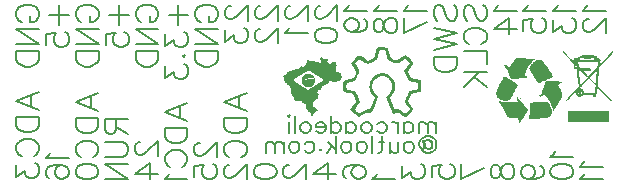
<source format=gbo>
G04 Layer: BottomSilkscreenLayer*
G04 EasyEDA v6.5.14, 2022-08-20 14:37:37*
G04 4645136cb0f74b4096413293ac8c450d,6126cb6f80e34288b1b51c63ee1abbf7,10*
G04 Gerber Generator version 0.2*
G04 Scale: 100 percent, Rotated: No, Reflected: No *
G04 Dimensions in millimeters *
G04 leading zeros omitted , absolute positions ,4 integer and 5 decimal *
%FSLAX45Y45*%
%MOMM*%

%ADD10C,0.2032*%
%ADD11C,0.2030*%

%LPD*%
G36*
X6239205Y8883446D02*
G01*
X6236665Y8882786D01*
X6234633Y8879789D01*
X6232448Y8874252D01*
X6231483Y8869222D01*
X6231788Y8864600D01*
X6235649Y8853068D01*
X6235598Y8845600D01*
X6233312Y8838895D01*
X6228943Y8833764D01*
X6227267Y8832900D01*
X6225540Y8833104D01*
X6223355Y8834475D01*
X6217310Y8839860D01*
X6214821Y8841333D01*
X6212433Y8841841D01*
X6209792Y8841486D01*
X6203238Y8841790D01*
X6193891Y8843975D01*
X6185560Y8846972D01*
X6181953Y8849664D01*
X6181598Y8850477D01*
X6180734Y8851442D01*
X6177737Y8853271D01*
X6175044Y8854033D01*
X6171590Y8853830D01*
X6166662Y8852662D01*
X6154064Y8848598D01*
X6149035Y8847175D01*
X6145123Y8846312D01*
X6142837Y8846159D01*
X6141262Y8847277D01*
X6139129Y8849766D01*
X6136690Y8853271D01*
X6132017Y8861755D01*
X6129782Y8865311D01*
X6127851Y8867851D01*
X6126581Y8868968D01*
X6124651Y8868410D01*
X6122822Y8865666D01*
X6121196Y8860942D01*
X6118961Y8851341D01*
X6117285Y8847632D01*
X6115100Y8843822D01*
X6109309Y8836253D01*
X6107734Y8833459D01*
X6107582Y8831173D01*
X6108547Y8828786D01*
X6110376Y8826347D01*
X6113678Y8822842D01*
X6128918Y8808923D01*
X6132728Y8804706D01*
X6134557Y8801760D01*
X6134455Y8800134D01*
X6132474Y8799931D01*
X6128766Y8801201D01*
X6123381Y8804046D01*
X6116370Y8808516D01*
X6111544Y8811260D01*
X6107074Y8812784D01*
X6103162Y8813139D01*
X6100013Y8812428D01*
X6097727Y8810752D01*
X6096609Y8808110D01*
X6096711Y8804656D01*
X6099302Y8798102D01*
X6099860Y8796020D01*
X6100013Y8794292D01*
X6099657Y8793276D01*
X6098184Y8792667D01*
X6095695Y8793378D01*
X6091377Y8795766D01*
X6084519Y8800185D01*
X6079947Y8802624D01*
X6075527Y8803944D01*
X6071158Y8804097D01*
X6066739Y8803030D01*
X6062268Y8800744D01*
X6057646Y8797239D01*
X6052870Y8792413D01*
X6044387Y8782050D01*
X6041237Y8778544D01*
X6038748Y8776208D01*
X6037275Y8775344D01*
X6034430Y8776157D01*
X6030620Y8778036D01*
X6025946Y8780018D01*
X6021476Y8780526D01*
X6017006Y8779560D01*
X6009335Y8775446D01*
X6004458Y8773718D01*
X5998362Y8772093D01*
X5983884Y8769197D01*
X5977077Y8767419D01*
X5971082Y8765387D01*
X5965748Y8763000D01*
X5961024Y8760256D01*
X5956858Y8757056D01*
X5953099Y8753449D01*
X5946038Y8744712D01*
X5942634Y8741410D01*
X5939129Y8739022D01*
X5928918Y8734450D01*
X5923686Y8730589D01*
X5920181Y8726220D01*
X5918911Y8721902D01*
X5919673Y8716822D01*
X5922619Y8706612D01*
X5923229Y8702700D01*
X5923432Y8698788D01*
X5922873Y8691219D01*
X5923076Y8687816D01*
X5923375Y8686393D01*
X5999734Y8686393D01*
X6049975Y8719058D01*
X6094069Y8747353D01*
X6127445Y8768486D01*
X6129883Y8769807D01*
X6143091Y8761628D01*
X6259830Y8686495D01*
X6129731Y8603183D01*
X6035598Y8663686D01*
X5999734Y8686393D01*
X5923375Y8686393D01*
X5923737Y8684666D01*
X5924956Y8681770D01*
X5928309Y8676843D01*
X5933084Y8671864D01*
X5938469Y8667597D01*
X5945632Y8663533D01*
X5948273Y8661146D01*
X5951169Y8658047D01*
X5958027Y8649309D01*
X5961989Y8645550D01*
X5966256Y8642858D01*
X5971438Y8640826D01*
X5974638Y8637219D01*
X5978093Y8629802D01*
X5980836Y8620963D01*
X5981954Y8613241D01*
X5981395Y8607653D01*
X5980785Y8605164D01*
X5980074Y8603234D01*
X5979160Y8597595D01*
X5980277Y8589416D01*
X5982868Y8580678D01*
X5986627Y8573211D01*
X5988354Y8570214D01*
X5989726Y8566861D01*
X5990640Y8563610D01*
X5991098Y8558326D01*
X5991453Y8556396D01*
X5991961Y8555075D01*
X5993739Y8554059D01*
X5998413Y8550351D01*
X6004864Y8543848D01*
X6007252Y8540343D01*
X6008827Y8536635D01*
X6010656Y8527999D01*
X6011976Y8524697D01*
X6013958Y8521954D01*
X6016853Y8519414D01*
X6020155Y8517331D01*
X6024321Y8515400D01*
X6029198Y8513724D01*
X6034633Y8512251D01*
X6040577Y8511082D01*
X6046876Y8510168D01*
X6053328Y8509609D01*
X6066434Y8509254D01*
X6070955Y8508847D01*
X6073698Y8508085D01*
X6076442Y8505190D01*
X6084976Y8498382D01*
X6097066Y8489899D01*
X6101892Y8486241D01*
X6105550Y8482939D01*
X6108192Y8479840D01*
X6109970Y8476691D01*
X6111036Y8473287D01*
X6111544Y8469325D01*
X6112205Y8455050D01*
X6113780Y8447379D01*
X6116320Y8441690D01*
X6119926Y8438032D01*
X6121857Y8436457D01*
X6123736Y8434476D01*
X6125362Y8432292D01*
X6129020Y8425230D01*
X6131763Y8421725D01*
X6134760Y8419642D01*
X6140145Y8418525D01*
X6142075Y8417255D01*
X6143904Y8414867D01*
X6150914Y8401507D01*
X6156147Y8392668D01*
X6160617Y8386114D01*
X6163462Y8383219D01*
X6164478Y8383320D01*
X6165189Y8384489D01*
X6165596Y8386825D01*
X6166053Y8396122D01*
X6167170Y8399780D01*
X6169507Y8401964D01*
X6175603Y8404148D01*
X6177534Y8405418D01*
X6179058Y8407044D01*
X6181140Y8410600D01*
X6182817Y8412378D01*
X6184849Y8413902D01*
X6189218Y8415934D01*
X6191199Y8417306D01*
X6192672Y8418880D01*
X6194552Y8422030D01*
X6196482Y8423808D01*
X6198971Y8425484D01*
X6204610Y8428228D01*
X6206896Y8429650D01*
X6208420Y8431072D01*
X6208979Y8432241D01*
X6207861Y8434527D01*
X6204864Y8438235D01*
X6195415Y8448090D01*
X6184696Y8457844D01*
X6180226Y8461349D01*
X6174689Y8464550D01*
X6172301Y8466175D01*
X6170218Y8468004D01*
X6168644Y8469782D01*
X6166561Y8474303D01*
X6165799Y8479028D01*
X6166510Y8482990D01*
X6168593Y8485276D01*
X6171184Y8487257D01*
X6172860Y8490559D01*
X6173419Y8494725D01*
X6172149Y8503666D01*
X6173216Y8506815D01*
X6175908Y8508746D01*
X6183477Y8509914D01*
X6185662Y8511590D01*
X6186932Y8514486D01*
X6187338Y8518804D01*
X6188659Y8523274D01*
X6192012Y8526932D01*
X6196787Y8529218D01*
X6208268Y8530183D01*
X6212078Y8533536D01*
X6213754Y8539835D01*
X6213449Y8549335D01*
X6212992Y8554669D01*
X6213043Y8558936D01*
X6213551Y8562289D01*
X6215735Y8567674D01*
X6215786Y8570214D01*
X6214567Y8573566D01*
X6206947Y8587587D01*
X6210604Y8591550D01*
X6212179Y8593531D01*
X6213602Y8596071D01*
X6214770Y8598814D01*
X6215532Y8601456D01*
X6216700Y8607399D01*
X6229654Y8606028D01*
X6233160Y8606078D01*
X6235954Y8606383D01*
X6237732Y8606942D01*
X6238951Y8608618D01*
X6240018Y8611870D01*
X6240881Y8616696D01*
X6242151Y8628888D01*
X6243472Y8637574D01*
X6244031Y8639505D01*
X6245098Y8640267D01*
X6247231Y8640876D01*
X6250076Y8641283D01*
X6256934Y8641588D01*
X6259626Y8642096D01*
X6261404Y8642959D01*
X6263030Y8645194D01*
X6263995Y8646058D01*
X6265113Y8646668D01*
X6267958Y8647176D01*
X6270193Y8647938D01*
X6277914Y8651900D01*
X6283553Y8653830D01*
X6285890Y8654084D01*
X6289751Y8654846D01*
X6293408Y8656777D01*
X6296152Y8659368D01*
X6297676Y8663228D01*
X6300774Y8666835D01*
X6306261Y8671661D01*
X6307734Y8673896D01*
X6307632Y8676589D01*
X6306413Y8680856D01*
X6305042Y8687816D01*
X6306667Y8690864D01*
X6311036Y8689898D01*
X6319774Y8683548D01*
X6324600Y8681161D01*
X6329527Y8679586D01*
X6332524Y8678214D01*
X6340754Y8672982D01*
X6343040Y8671864D01*
X6344970Y8671356D01*
X6348069Y8672017D01*
X6351371Y8672372D01*
X6360464Y8672474D01*
X6367272Y8672322D01*
X6370980Y8672779D01*
X6372758Y8674150D01*
X6373672Y8676792D01*
X6374079Y8678926D01*
X6374130Y8683193D01*
X6373571Y8687765D01*
X6374638Y8689187D01*
X6376416Y8688933D01*
X6382410Y8682126D01*
X6387592Y8680145D01*
X6392367Y8681008D01*
X6395415Y8684818D01*
X6396380Y8686342D01*
X6398056Y8687866D01*
X6400342Y8689289D01*
X6406083Y8691575D01*
X6407861Y8692794D01*
X6408521Y8694318D01*
X6408115Y8698433D01*
X6408572Y8700922D01*
X6409486Y8703564D01*
X6413449Y8712149D01*
X6414211Y8717889D01*
X6413042Y8723376D01*
X6410045Y8728405D01*
X6408267Y8730996D01*
X6406591Y8734145D01*
X6405270Y8737549D01*
X6403695Y8743950D01*
X6402527Y8746693D01*
X6401104Y8748877D01*
X6399377Y8750452D01*
X6393230Y8753195D01*
X6383782Y8756650D01*
X6374434Y8759596D01*
X6368592Y8760815D01*
X6365240Y8761730D01*
X6363462Y8764574D01*
X6363106Y8769553D01*
X6365138Y8782558D01*
X6365494Y8786977D01*
X6365087Y8790787D01*
X6362903Y8798864D01*
X6362700Y8801912D01*
X6363665Y8805011D01*
X6368338Y8814612D01*
X6368694Y8818778D01*
X6366865Y8821928D01*
X6362750Y8824264D01*
X6357924Y8826093D01*
X6361785Y8828836D01*
X6364528Y8831427D01*
X6365544Y8833967D01*
X6364935Y8836355D01*
X6362547Y8838285D01*
X6360160Y8838996D01*
X6350508Y8840470D01*
X6329426Y8842146D01*
X6315100Y8828328D01*
X6307328Y8830868D01*
X6303822Y8832291D01*
X6299962Y8834221D01*
X6296304Y8836456D01*
X6293205Y8838692D01*
X6286855Y8843975D01*
X6295085Y8860942D01*
X6296761Y8865158D01*
X6297777Y8868308D01*
X6297879Y8869832D01*
X6295136Y8870543D01*
X6289802Y8870188D01*
X6283756Y8869070D01*
X6277559Y8866886D01*
X6276238Y8866886D01*
X6274968Y8867394D01*
X6272428Y8869476D01*
X6270142Y8870289D01*
X6267246Y8870746D01*
X6259576Y8871051D01*
X6256070Y8871966D01*
X6252565Y8873947D01*
X6242862Y8881668D01*
G37*
G36*
X6131763Y8743899D02*
G01*
X6126683Y8743746D01*
X6121501Y8743188D01*
X6116523Y8742324D01*
X6111798Y8741054D01*
X6107582Y8739479D01*
X6103112Y8737193D01*
X6098590Y8734196D01*
X6094120Y8730742D01*
X6089904Y8726830D01*
X6085941Y8722664D01*
X6082436Y8718346D01*
X6079490Y8713978D01*
X6077254Y8709660D01*
X6075273Y8704376D01*
X6073851Y8698890D01*
X6072987Y8693302D01*
X6072682Y8687612D01*
X6072936Y8681923D01*
X6073974Y8675370D01*
X6080556Y8675370D01*
X6080810Y8677452D01*
X6084671Y8681466D01*
X6088735Y8684564D01*
X6093561Y8687714D01*
X6098997Y8690864D01*
X6104839Y8693861D01*
X6110935Y8696655D01*
X6117132Y8699144D01*
X6123178Y8701278D01*
X6129020Y8703005D01*
X6135928Y8704478D01*
X6143599Y8705545D01*
X6151524Y8706307D01*
X6159144Y8706662D01*
X6166002Y8706612D01*
X6171488Y8706205D01*
X6175197Y8705342D01*
X6176568Y8704072D01*
X6175806Y8702852D01*
X6173266Y8702090D01*
X6168390Y8701735D01*
X6153810Y8701430D01*
X6146495Y8700973D01*
X6139637Y8700262D01*
X6134201Y8699398D01*
X6129172Y8698077D01*
X6123279Y8696147D01*
X6110325Y8690864D01*
X6103823Y8687816D01*
X6097828Y8684666D01*
X6092596Y8681618D01*
X6083300Y8675674D01*
X6080556Y8675370D01*
X6073974Y8675370D01*
X6075121Y8670696D01*
X6076950Y8665260D01*
X6079337Y8660079D01*
X6082182Y8655100D01*
X6085535Y8650427D01*
X6089345Y8646160D01*
X6093663Y8642248D01*
X6098133Y8638895D01*
X6102807Y8636050D01*
X6107734Y8633815D01*
X6112967Y8632088D01*
X6118504Y8630869D01*
X6124346Y8630158D01*
X6130594Y8629954D01*
X6136640Y8630208D01*
X6142177Y8630920D01*
X6147358Y8632088D01*
X6152235Y8633764D01*
X6156807Y8636000D01*
X6161278Y8638794D01*
X6165646Y8642197D01*
X6170015Y8646210D01*
X6173825Y8650427D01*
X6177127Y8654897D01*
X6179921Y8659622D01*
X6182207Y8664549D01*
X6184036Y8669680D01*
X6185357Y8674963D01*
X6186220Y8680297D01*
X6186576Y8685733D01*
X6186424Y8691118D01*
X6185763Y8696452D01*
X6184646Y8701735D01*
X6183020Y8706866D01*
X6180886Y8711793D01*
X6178245Y8716568D01*
X6175146Y8721039D01*
X6171488Y8725204D01*
X6165392Y8730894D01*
X6159144Y8735517D01*
X6152540Y8739225D01*
X6145326Y8742070D01*
X6141262Y8743086D01*
X6136690Y8743696D01*
G37*
G36*
X6738416Y8967673D02*
G01*
X6727596Y8967266D01*
X6723075Y8966657D01*
X6719163Y8965692D01*
X6715709Y8964422D01*
X6712712Y8962745D01*
X6710172Y8960662D01*
X6707936Y8958122D01*
X6706006Y8955074D01*
X6704330Y8951518D01*
X6702856Y8947353D01*
X6701536Y8942679D01*
X6699148Y8931300D01*
X6694119Y8902903D01*
X6692747Y8897162D01*
X6691172Y8892286D01*
X6689344Y8888018D01*
X6687210Y8884310D01*
X6684670Y8881059D01*
X6681622Y8878062D01*
X6678015Y8875318D01*
X6673748Y8872626D01*
X6668770Y8869832D01*
X6635089Y8853322D01*
X6590995Y8880652D01*
X6577126Y8888780D01*
X6565798Y8894927D01*
X6558381Y8898382D01*
X6556552Y8898839D01*
X6554876Y8898229D01*
X6552082Y8896400D01*
X6543852Y8889695D01*
X6533032Y8879840D01*
X6520738Y8867749D01*
X6490258Y8836660D01*
X6516268Y8794851D01*
X6523380Y8782507D01*
X6526174Y8777071D01*
X6528409Y8772093D01*
X6530187Y8767419D01*
X6531457Y8763000D01*
X6532219Y8758834D01*
X6532575Y8754719D01*
X6532422Y8750706D01*
X6531864Y8746591D01*
X6530848Y8742426D01*
X6529374Y8738057D01*
X6527546Y8733485D01*
X6522567Y8723223D01*
X6519418Y8717686D01*
X6515963Y8712962D01*
X6512204Y8708948D01*
X6507988Y8705646D01*
X6503162Y8702903D01*
X6497675Y8700668D01*
X6491376Y8698890D01*
X6465366Y8694216D01*
X6457645Y8692540D01*
X6450939Y8690813D01*
X6445199Y8688882D01*
X6440271Y8686749D01*
X6436207Y8684260D01*
X6432854Y8681415D01*
X6430162Y8678113D01*
X6428028Y8674252D01*
X6426454Y8669832D01*
X6425336Y8664702D01*
X6424574Y8658809D01*
X6423863Y8644483D01*
X6423818Y8636965D01*
X6451803Y8636965D01*
X6451904Y8642451D01*
X6452362Y8647277D01*
X6453174Y8651544D01*
X6454394Y8655304D01*
X6456019Y8658555D01*
X6458153Y8661400D01*
X6460794Y8663889D01*
X6464046Y8666022D01*
X6467906Y8667902D01*
X6472428Y8669578D01*
X6477660Y8671052D01*
X6490462Y8673744D01*
X6504178Y8676081D01*
X6509461Y8677249D01*
X6514033Y8678621D01*
X6518097Y8680399D01*
X6521754Y8682583D01*
X6525107Y8685377D01*
X6528307Y8688832D01*
X6531457Y8693150D01*
X6534708Y8698382D01*
X6541871Y8712047D01*
X6554063Y8737904D01*
X6557772Y8746794D01*
X6559042Y8750706D01*
X6559956Y8754414D01*
X6560515Y8757920D01*
X6560667Y8761374D01*
X6560413Y8764828D01*
X6559702Y8768334D01*
X6558635Y8771991D01*
X6555079Y8780119D01*
X6549745Y8789822D01*
X6530085Y8821572D01*
X6528104Y8825839D01*
X6527139Y8829598D01*
X6527342Y8833154D01*
X6528765Y8836812D01*
X6531508Y8840825D01*
X6535572Y8845499D01*
X6559296Y8869375D01*
X6610502Y8835491D01*
X6615226Y8832697D01*
X6619494Y8830513D01*
X6623405Y8828887D01*
X6627164Y8827871D01*
X6630873Y8827414D01*
X6634683Y8827566D01*
X6638696Y8828278D01*
X6643116Y8829497D01*
X6648043Y8831326D01*
X6659981Y8836609D01*
X6691630Y8851798D01*
X6697725Y8855151D01*
X6702704Y8858351D01*
X6706768Y8861602D01*
X6710019Y8865108D01*
X6712661Y8868968D01*
X6714744Y8873439D01*
X6716522Y8878671D01*
X6719468Y8892133D01*
X6723786Y8916619D01*
X6725158Y8922613D01*
X6726580Y8927490D01*
X6728256Y8931351D01*
X6730187Y8934297D01*
X6732574Y8936532D01*
X6735470Y8938209D01*
X6739026Y8939377D01*
X6743344Y8940190D01*
X6754622Y8941358D01*
X6762546Y8941866D01*
X6768846Y8941917D01*
X6773824Y8941358D01*
X6777685Y8940190D01*
X6780580Y8938209D01*
X6782765Y8935364D01*
X6784441Y8931554D01*
X6785813Y8926728D01*
X6789013Y8911742D01*
X6792214Y8894673D01*
X6794906Y8878773D01*
X6796430Y8867343D01*
X6797344Y8865819D01*
X6799834Y8863634D01*
X6808724Y8857894D01*
X6821779Y8850934D01*
X6837578Y8843518D01*
X6852310Y8837218D01*
X6858558Y8834831D01*
X6864299Y8832951D01*
X6869582Y8831630D01*
X6874509Y8830868D01*
X6879234Y8830665D01*
X6883857Y8831072D01*
X6888480Y8832037D01*
X6893204Y8833662D01*
X6898182Y8835948D01*
X6903516Y8838895D01*
X6909308Y8842502D01*
X6922770Y8851849D01*
X6950964Y8872575D01*
X6990232Y8833307D01*
X6942937Y8766149D01*
X6966661Y8713317D01*
X6973976Y8698331D01*
X6977329Y8692743D01*
X6980631Y8688222D01*
X6984187Y8684615D01*
X6988149Y8681669D01*
X6992721Y8679281D01*
X6998106Y8677300D01*
X7004456Y8675522D01*
X7037273Y8668308D01*
X7043369Y8666734D01*
X7048296Y8665108D01*
X7052157Y8663381D01*
X7055103Y8661400D01*
X7057237Y8659063D01*
X7058710Y8656269D01*
X7059625Y8652916D01*
X7060133Y8648852D01*
X7060387Y8638336D01*
X7059625Y8628278D01*
X7057694Y8619490D01*
X7054748Y8612987D01*
X7051243Y8609685D01*
X7046112Y8608060D01*
X7032091Y8604808D01*
X7015683Y8601862D01*
X6999935Y8599881D01*
X6993229Y8599424D01*
X6990435Y8598814D01*
X6987590Y8597239D01*
X6984746Y8594852D01*
X6981952Y8591600D01*
X6979310Y8587587D01*
X6976770Y8582863D01*
X6974433Y8577427D01*
X6970369Y8565591D01*
X6965696Y8553246D01*
X6960514Y8541359D01*
X6955485Y8531301D01*
X6950151Y8522157D01*
X6948170Y8517483D01*
X6947458Y8512962D01*
X6948017Y8508136D01*
X6950049Y8502650D01*
X6953554Y8495995D01*
X6958787Y8487714D01*
X6988657Y8444077D01*
X6967118Y8421268D01*
X6962749Y8417102D01*
X6958787Y8413902D01*
X6955078Y8411616D01*
X6951421Y8410295D01*
X6947763Y8409889D01*
X6943852Y8410448D01*
X6939584Y8411972D01*
X6934860Y8414410D01*
X6929475Y8417864D01*
X6910070Y8431987D01*
X6904278Y8435594D01*
X6898741Y8438540D01*
X6893458Y8440775D01*
X6888480Y8442299D01*
X6883755Y8443112D01*
X6879285Y8443214D01*
X6871817Y8441893D01*
X6868769Y8441690D01*
X6865975Y8442096D01*
X6863334Y8443163D01*
X6860794Y8445093D01*
X6858203Y8447887D01*
X6855561Y8451697D01*
X6852716Y8456625D01*
X6849618Y8462822D01*
X6842353Y8479231D01*
X6816902Y8540902D01*
X6835952Y8561984D01*
X6839915Y8566759D01*
X6843471Y8571433D01*
X6849567Y8580729D01*
X6852107Y8585454D01*
X6854342Y8590229D01*
X6856272Y8595106D01*
X6857949Y8600135D01*
X6859320Y8605418D01*
X6860438Y8610904D01*
X6861352Y8616696D01*
X6862470Y8629294D01*
X6862825Y8643518D01*
X6862521Y8659114D01*
X6862013Y8665413D01*
X6861098Y8671052D01*
X6859778Y8676132D01*
X6857898Y8680856D01*
X6855358Y8685479D01*
X6852107Y8690152D01*
X6847992Y8695131D01*
X6836918Y8706612D01*
X6822897Y8719972D01*
X6816801Y8725509D01*
X6811264Y8730183D01*
X6806184Y8734094D01*
X6801358Y8737244D01*
X6796735Y8739784D01*
X6792061Y8741714D01*
X6787235Y8743137D01*
X6782155Y8744153D01*
X6776618Y8744762D01*
X6770522Y8745118D01*
X6763664Y8745220D01*
X6750456Y8744712D01*
X6744106Y8744153D01*
X6731965Y8742324D01*
X6720535Y8739632D01*
X6709867Y8736025D01*
X6704787Y8733942D01*
X6695287Y8729065D01*
X6690817Y8726322D01*
X6682486Y8720277D01*
X6675018Y8713419D01*
X6671564Y8709660D01*
X6665366Y8701684D01*
X6660032Y8692896D01*
X6655612Y8683396D01*
X6653733Y8678418D01*
X6652107Y8673236D01*
X6649567Y8662314D01*
X6647942Y8650782D01*
X6647332Y8638590D01*
X6647332Y8631123D01*
X6647586Y8624316D01*
X6648094Y8618118D01*
X6648856Y8612327D01*
X6649974Y8606891D01*
X6651447Y8601659D01*
X6653326Y8596528D01*
X6655663Y8591397D01*
X6658457Y8586114D01*
X6661759Y8580628D01*
X6670040Y8568385D01*
X6693153Y8536228D01*
X6668922Y8479383D01*
X6661861Y8464143D01*
X6658711Y8458301D01*
X6655765Y8453475D01*
X6652869Y8449614D01*
X6649974Y8446566D01*
X6646976Y8444280D01*
X6643776Y8442553D01*
X6640271Y8441385D01*
X6636461Y8440623D01*
X6627520Y8439556D01*
X6622389Y8438337D01*
X6617004Y8436711D01*
X6611416Y8434628D01*
X6605879Y8432241D01*
X6600494Y8429548D01*
X6595465Y8426653D01*
X6585000Y8419338D01*
X6579514Y8415883D01*
X6574434Y8413140D01*
X6569709Y8411159D01*
X6565290Y8409889D01*
X6561175Y8409432D01*
X6557213Y8409635D01*
X6553403Y8410651D01*
X6549644Y8412378D01*
X6545935Y8414867D01*
X6542176Y8418068D01*
X6534708Y8426196D01*
X6531762Y8429955D01*
X6529527Y8433460D01*
X6528054Y8436813D01*
X6527342Y8440267D01*
X6527393Y8443823D01*
X6528257Y8447735D01*
X6529933Y8452104D01*
X6532422Y8457031D01*
X6540042Y8469325D01*
X6564020Y8504682D01*
X6538264Y8569045D01*
X6535013Y8576208D01*
X6531965Y8582050D01*
X6528866Y8586724D01*
X6525564Y8590381D01*
X6521907Y8593277D01*
X6517589Y8595563D01*
X6512509Y8597392D01*
X6506413Y8598966D01*
X6480251Y8604046D01*
X6471869Y8606078D01*
X6465265Y8608161D01*
X6460286Y8610498D01*
X6456680Y8613089D01*
X6454241Y8616137D01*
X6452819Y8619744D01*
X6452209Y8623960D01*
X6451803Y8636965D01*
X6423818Y8636965D01*
X6423812Y8592210D01*
X6457086Y8583066D01*
X6469227Y8580374D01*
X6480810Y8578291D01*
X6490512Y8577122D01*
X6498285Y8576564D01*
X6502044Y8575294D01*
X6505549Y8573109D01*
X6508851Y8569960D01*
X6512052Y8565692D01*
X6515201Y8560257D01*
X6518351Y8553602D01*
X6524294Y8538464D01*
X6528612Y8526830D01*
X6530187Y8522004D01*
X6531305Y8517737D01*
X6531965Y8513826D01*
X6532168Y8510219D01*
X6531864Y8506764D01*
X6531102Y8503310D01*
X6529781Y8499754D01*
X6527901Y8495995D01*
X6525463Y8491829D01*
X6518859Y8482076D01*
X6485991Y8436254D01*
X6556756Y8372195D01*
X6587693Y8393480D01*
X6595414Y8398510D01*
X6602831Y8402777D01*
X6610045Y8406384D01*
X6617055Y8409228D01*
X6623862Y8411362D01*
X6630466Y8412784D01*
X6636918Y8413496D01*
X6651345Y8413242D01*
X6654749Y8413445D01*
X6657848Y8413953D01*
X6660642Y8414867D01*
X6663283Y8416290D01*
X6665772Y8418372D01*
X6668262Y8421116D01*
X6670751Y8424722D01*
X6673342Y8429193D01*
X6676186Y8434679D01*
X6682638Y8449005D01*
X6723532Y8548420D01*
X6699046Y8572906D01*
X6694322Y8577884D01*
X6690004Y8583066D01*
X6686143Y8588400D01*
X6682638Y8593886D01*
X6679590Y8599474D01*
X6676948Y8605164D01*
X6674713Y8610904D01*
X6672884Y8616696D01*
X6671462Y8622538D01*
X6670446Y8628380D01*
X6669836Y8634222D01*
X6669684Y8640064D01*
X6669887Y8645855D01*
X6670548Y8651544D01*
X6671614Y8657183D01*
X6673088Y8662720D01*
X6674967Y8668156D01*
X6677253Y8673439D01*
X6679946Y8678570D01*
X6683044Y8683498D01*
X6686600Y8688273D01*
X6690512Y8692794D01*
X6694881Y8697061D01*
X6699656Y8701125D01*
X6708343Y8707374D01*
X6717131Y8712454D01*
X6725970Y8716467D01*
X6730339Y8718092D01*
X6739128Y8720480D01*
X6747764Y8721953D01*
X6756298Y8722461D01*
X6764629Y8722055D01*
X6772757Y8720836D01*
X6780631Y8718804D01*
X6788200Y8716010D01*
X6795414Y8712504D01*
X6802221Y8708339D01*
X6808622Y8703564D01*
X6814566Y8698230D01*
X6819950Y8692337D01*
X6824827Y8685987D01*
X6829094Y8679230D01*
X6832701Y8672068D01*
X6835597Y8664549D01*
X6836816Y8660688D01*
X6838594Y8652713D01*
X6839610Y8644585D01*
X6839813Y8636203D01*
X6839102Y8627770D01*
X6837527Y8619185D01*
X6834936Y8610600D01*
X6833311Y8606282D01*
X6829196Y8597696D01*
X6826758Y8593429D01*
X6821017Y8584996D01*
X6817766Y8580831D01*
X6787540Y8547201D01*
X6821322Y8463635D01*
X6830669Y8441080D01*
X6838086Y8424570D01*
X6841236Y8418322D01*
X6844131Y8413394D01*
X6846773Y8409584D01*
X6849313Y8406841D01*
X6851853Y8405063D01*
X6854342Y8404199D01*
X6856933Y8404098D01*
X6859676Y8404707D01*
X6862622Y8405977D01*
X6873900Y8412429D01*
X6877812Y8414054D01*
X6881520Y8414816D01*
X6885279Y8414664D01*
X6889191Y8413546D01*
X6893610Y8411413D01*
X6898690Y8408314D01*
X6912965Y8397951D01*
X6926935Y8388197D01*
X6932777Y8384489D01*
X6938009Y8381644D01*
X6942734Y8379561D01*
X6947103Y8378342D01*
X6951167Y8377885D01*
X6955028Y8378240D01*
X6958838Y8379409D01*
X6962749Y8381339D01*
X6966762Y8384133D01*
X6971030Y8387689D01*
X6980834Y8397189D01*
X6992569Y8409533D01*
X7003186Y8421522D01*
X7011263Y8431580D01*
X7014006Y8435441D01*
X7015784Y8438388D01*
X7016394Y8440216D01*
X7015937Y8442096D01*
X7012686Y8449056D01*
X7006742Y8459266D01*
X6998919Y8471560D01*
X6972604Y8509965D01*
X6989216Y8548319D01*
X6992010Y8553704D01*
X6994906Y8558580D01*
X6998004Y8562949D01*
X7001357Y8566810D01*
X7004913Y8570214D01*
X7008825Y8573211D01*
X7013041Y8575751D01*
X7017664Y8577935D01*
X7022744Y8579764D01*
X7028332Y8581237D01*
X7034428Y8582355D01*
X7041083Y8583218D01*
X7056272Y8584133D01*
X7068769Y8584285D01*
X7071969Y8584590D01*
X7074662Y8585352D01*
X7076846Y8586571D01*
X7078522Y8588552D01*
X7079843Y8591346D01*
X7080808Y8595156D01*
X7081520Y8600135D01*
X7082180Y8614156D01*
X7082332Y8684971D01*
X7031532Y8697112D01*
X7017461Y8701125D01*
X7011873Y8703208D01*
X7007047Y8705392D01*
X7002932Y8707882D01*
X6999325Y8710676D01*
X6996125Y8713876D01*
X6993178Y8717534D01*
X6990384Y8721852D01*
X6987590Y8726779D01*
X6971233Y8760104D01*
X6998411Y8802573D01*
X7006488Y8816187D01*
X7012584Y8827516D01*
X7015988Y8835237D01*
X7016445Y8837269D01*
X7015835Y8839454D01*
X7014006Y8842502D01*
X7011212Y8846261D01*
X7007504Y8850680D01*
X6998106Y8860688D01*
X6987082Y8871407D01*
X6975652Y8881719D01*
X6964934Y8890457D01*
X6960260Y8893911D01*
X6956196Y8896553D01*
X6952945Y8898229D01*
X6950659Y8898839D01*
X6948525Y8898382D01*
X6945375Y8897112D01*
X6936486Y8892438D01*
X6925309Y8885478D01*
X6907733Y8873337D01*
X6902551Y8870137D01*
X6897471Y8867292D01*
X6892493Y8864904D01*
X6887616Y8862872D01*
X6882841Y8861298D01*
X6878167Y8860078D01*
X6873595Y8859266D01*
X6869125Y8858910D01*
X6864807Y8858910D01*
X6860641Y8859266D01*
X6856526Y8860078D01*
X6852615Y8861247D01*
X6848805Y8862822D01*
X6845096Y8864803D01*
X6841591Y8867140D01*
X6838188Y8869883D01*
X6834936Y8872982D01*
X6831838Y8876487D01*
X6828942Y8880348D01*
X6826148Y8884615D01*
X6823557Y8889238D01*
X6821119Y8894267D01*
X6818833Y8899652D01*
X6816750Y8905392D01*
X6813042Y8918041D01*
X6803390Y8963914D01*
X6760159Y8966758D01*
G37*
G36*
X8286140Y8935974D02*
G01*
X8284464Y8935669D01*
X8283702Y8934653D01*
X8283803Y8932976D01*
X8284768Y8930487D01*
X8286750Y8927236D01*
X8289696Y8923070D01*
X8298688Y8912098D01*
X8311997Y8897112D01*
X8347405Y8859215D01*
X8359698Y8845499D01*
X8364220Y8840114D01*
X8367775Y8835491D01*
X8370468Y8831529D01*
X8372500Y8828074D01*
X8373872Y8824925D01*
X8374735Y8821978D01*
X8375192Y8819032D01*
X8375511Y8807653D01*
X8388299Y8807653D01*
X8388705Y8812987D01*
X8389112Y8814612D01*
X8389620Y8815222D01*
X8390636Y8814612D01*
X8395004Y8810599D01*
X8401456Y8803386D01*
X8402523Y8801150D01*
X8400897Y8800287D01*
X8396427Y8800134D01*
X8392820Y8800592D01*
X8390280Y8801963D01*
X8388807Y8804300D01*
X8388299Y8807653D01*
X8375511Y8807653D01*
X8375903Y8798153D01*
X8376513Y8792616D01*
X8377631Y8788958D01*
X8379409Y8786672D01*
X8381949Y8785555D01*
X8385505Y8785098D01*
X8396935Y8784691D01*
X8400999Y8783472D01*
X8402114Y8782050D01*
X8419388Y8782050D01*
X8419541Y8783523D01*
X8420506Y8783066D01*
X8426450Y8777935D01*
X8436610Y8768384D01*
X8449767Y8755481D01*
X8492851Y8712047D01*
X8512810Y8712047D01*
X8513470Y8713317D01*
X8515299Y8715806D01*
X8522004Y8723528D01*
X8531910Y8734145D01*
X8575243Y8777478D01*
X8568131Y8697620D01*
X8565997Y8669477D01*
X8565692Y8662568D01*
X8565184Y8660180D01*
X8564118Y8659215D01*
X8562136Y8659825D01*
X8558936Y8662212D01*
X8554262Y8666530D01*
X8539175Y8681770D01*
X8528964Y8692489D01*
X8520582Y8701735D01*
X8514892Y8708593D01*
X8513368Y8710828D01*
X8512810Y8712047D01*
X8492851Y8712047D01*
X8493455Y8711438D01*
X8452510Y8667648D01*
X8439658Y8654643D01*
X8435594Y8651138D01*
X8432800Y8649360D01*
X8431072Y8649208D01*
X8430209Y8650478D01*
X8427567Y8683802D01*
X8421014Y8756040D01*
X8419795Y8772550D01*
X8419388Y8782050D01*
X8402114Y8782050D01*
X8403031Y8780881D01*
X8403742Y8774785D01*
X8405164Y8757158D01*
X8407958Y8727186D01*
X8417407Y8632190D01*
X8411792Y8626144D01*
X8433714Y8626144D01*
X8434425Y8627973D01*
X8436406Y8631021D01*
X8443874Y8640318D01*
X8454948Y8652662D01*
X8468512Y8666835D01*
X8503412Y8702243D01*
X8562441Y8642756D01*
X8560816Y8600287D01*
X8559749Y8592210D01*
X8558733Y8589162D01*
X8557361Y8586774D01*
X8555431Y8584895D01*
X8552942Y8583523D01*
X8549792Y8582507D01*
X8545830Y8581847D01*
X8535212Y8581288D01*
X8465312Y8581288D01*
X8461705Y8593531D01*
X8459368Y8599068D01*
X8455761Y8604453D01*
X8451189Y8609380D01*
X8441283Y8616696D01*
X8437372Y8620201D01*
X8434730Y8623503D01*
X8433714Y8626144D01*
X8411792Y8626144D01*
X8387892Y8600490D01*
X8373928Y8585860D01*
X8411362Y8585860D01*
X8413242Y8591651D01*
X8417001Y8595868D01*
X8421725Y8598408D01*
X8426958Y8599474D01*
X8432241Y8599068D01*
X8437118Y8597290D01*
X8441131Y8594293D01*
X8443874Y8590127D01*
X8444890Y8584895D01*
X8442553Y8577427D01*
X8436813Y8571179D01*
X8429701Y8567674D01*
X8423249Y8568486D01*
X8416544Y8573922D01*
X8412530Y8579815D01*
X8411362Y8585860D01*
X8373928Y8585860D01*
X8325459Y8535365D01*
X8319516Y8528659D01*
X8315299Y8523427D01*
X8312658Y8519414D01*
X8311388Y8516366D01*
X8311337Y8514130D01*
X8312403Y8512454D01*
X8314131Y8511489D01*
X8316417Y8511692D01*
X8319465Y8513165D01*
X8323478Y8516162D01*
X8328761Y8520785D01*
X8343747Y8535771D01*
X8390483Y8585250D01*
X8395360Y8571738D01*
X8398002Y8565997D01*
X8401405Y8561019D01*
X8405469Y8556853D01*
X8410041Y8553500D01*
X8415121Y8550960D01*
X8420455Y8549284D01*
X8425992Y8548471D01*
X8431580Y8548573D01*
X8437168Y8549640D01*
X8442604Y8551672D01*
X8447786Y8554669D01*
X8455050Y8560917D01*
X8457844Y8562644D01*
X8461349Y8563965D01*
X8465870Y8564880D01*
X8471763Y8565540D01*
X8479485Y8565946D01*
X8501481Y8566150D01*
X8543036Y8566150D01*
X8543036Y8556752D01*
X8543442Y8551926D01*
X8545068Y8549030D01*
X8548522Y8547658D01*
X8554313Y8547303D01*
X8560104Y8547658D01*
X8563559Y8549030D01*
X8565235Y8551824D01*
X8565946Y8560257D01*
X8566658Y8563660D01*
X8567775Y8566302D01*
X8569096Y8567877D01*
X8570671Y8570823D01*
X8572296Y8577376D01*
X8573820Y8586571D01*
X8575090Y8597341D01*
X8577630Y8624671D01*
X8646566Y8555228D01*
X8664549Y8537498D01*
X8677910Y8524900D01*
X8687358Y8516823D01*
X8690813Y8514334D01*
X8693556Y8512708D01*
X8695690Y8511895D01*
X8697264Y8511895D01*
X8698433Y8512505D01*
X8698941Y8513368D01*
X8699093Y8514435D01*
X8698788Y8515807D01*
X8698077Y8517534D01*
X8695080Y8522208D01*
X8689898Y8528659D01*
X8682126Y8537295D01*
X8671610Y8548420D01*
X8641130Y8579358D01*
X8579154Y8641435D01*
X8592210Y8797493D01*
X8658250Y8866733D01*
X8682837Y8893302D01*
X8691829Y8903563D01*
X8698839Y8911996D01*
X8703919Y8918702D01*
X8707221Y8923832D01*
X8708186Y8925864D01*
X8708948Y8928912D01*
X8708542Y8933434D01*
X8706764Y8934196D01*
X8702598Y8930792D01*
X8667089Y8893098D01*
X8593937Y8816848D01*
X8595258Y8832545D01*
X8596172Y8839911D01*
X8597595Y8844635D01*
X8599678Y8847175D01*
X8605113Y8848090D01*
X8607348Y8849360D01*
X8609126Y8851392D01*
X8610142Y8853881D01*
X8610244Y8856472D01*
X8609634Y8858605D01*
X8608314Y8860028D01*
X8603386Y8861704D01*
X8598865Y8864600D01*
X8593429Y8868765D01*
X8587689Y8873642D01*
X8582202Y8878773D01*
X8577580Y8883650D01*
X8574379Y8887663D01*
X8573211Y8890406D01*
X8572449Y8891320D01*
X8570315Y8892286D01*
X8566861Y8893251D01*
X8556853Y8895080D01*
X8543544Y8896807D01*
X8528151Y8898331D01*
X8511844Y8899550D01*
X8495792Y8900363D01*
X8481212Y8900718D01*
X8469172Y8900515D01*
X8464550Y8900160D01*
X8460943Y8899652D01*
X8458657Y8898940D01*
X8453932Y8896908D01*
X8439099Y8891524D01*
X8422944Y8886088D01*
X8419908Y8884869D01*
X8476081Y8884869D01*
X8477453Y8885377D01*
X8481618Y8885732D01*
X8488324Y8885834D01*
X8494826Y8885682D01*
X8498586Y8885326D01*
X8499297Y8884818D01*
X8496757Y8884208D01*
X8492032Y8883700D01*
X8486902Y8883599D01*
X8481974Y8883751D01*
X8477859Y8884259D01*
X8476081Y8884869D01*
X8419908Y8884869D01*
X8416239Y8883396D01*
X8411362Y8881008D01*
X8407755Y8878112D01*
X8405926Y8877503D01*
X8403691Y8877503D01*
X8401405Y8878062D01*
X8394141Y8879078D01*
X8386216Y8877554D01*
X8379409Y8874201D01*
X8375446Y8869426D01*
X8375425Y8866327D01*
X8418372Y8866327D01*
X8419287Y8867546D01*
X8423910Y8870442D01*
X8432038Y8874099D01*
X8443061Y8877808D01*
X8451900Y8879179D01*
X8457539Y8878112D01*
X8460232Y8872423D01*
X8465108Y8870746D01*
X8474049Y8869578D01*
X8487410Y8868816D01*
X8502751Y8868511D01*
X8512048Y8869121D01*
X8517026Y8871000D01*
X8521496Y8877655D01*
X8524697Y8879535D01*
X8529523Y8880297D01*
X8536432Y8880094D01*
X8543645Y8879179D01*
X8547963Y8877503D01*
X8550046Y8874709D01*
X8550554Y8870188D01*
X8550554Y8864295D01*
X8573211Y8864295D01*
X8573312Y8865717D01*
X8573668Y8866936D01*
X8574227Y8867749D01*
X8574887Y8868054D01*
X8575700Y8867749D01*
X8577834Y8865717D01*
X8578850Y8864295D01*
X8579459Y8862822D01*
X8579358Y8861602D01*
X8578545Y8860790D01*
X8577224Y8860485D01*
X8575649Y8860790D01*
X8574379Y8861602D01*
X8573516Y8862822D01*
X8573211Y8864295D01*
X8550554Y8864295D01*
X8550554Y8861501D01*
X8470442Y8861450D01*
X8450173Y8861653D01*
X8435136Y8862161D01*
X8425027Y8863025D01*
X8421725Y8863685D01*
X8419541Y8864396D01*
X8418474Y8865311D01*
X8418372Y8866327D01*
X8375425Y8866327D01*
X8375396Y8862110D01*
X8379155Y8854236D01*
X8385200Y8847988D01*
X8392160Y8845397D01*
X8581745Y8845397D01*
X8578443Y8816848D01*
X8576970Y8808161D01*
X8575852Y8804351D01*
X8574278Y8800693D01*
X8572144Y8796883D01*
X8569299Y8792718D01*
X8565692Y8788044D01*
X8555431Y8776309D01*
X8526119Y8744762D01*
X8506104Y8723985D01*
X8502751Y8720886D01*
X8500618Y8722512D01*
X8489137Y8733586D01*
X8461146Y8762390D01*
X8501075Y8762492D01*
X8509304Y8762949D01*
X8515350Y8763812D01*
X8519464Y8765235D01*
X8522004Y8767368D01*
X8523071Y8770315D01*
X8522970Y8774226D01*
X8521954Y8779205D01*
X8521090Y8782354D01*
X8519922Y8784691D01*
X8518042Y8786418D01*
X8515045Y8787536D01*
X8510371Y8788247D01*
X8503666Y8788654D01*
X8482228Y8788806D01*
X8463432Y8788552D01*
X8456930Y8788247D01*
X8452053Y8787739D01*
X8448598Y8786977D01*
X8446414Y8786012D01*
X8445246Y8784742D01*
X8444890Y8783116D01*
X8443925Y8781897D01*
X8441232Y8783116D01*
X8437067Y8786571D01*
X8431682Y8792108D01*
X8426297Y8798763D01*
X8422132Y8805316D01*
X8419439Y8811361D01*
X8418474Y8816390D01*
X8418220Y8820912D01*
X8417407Y8826042D01*
X8416239Y8831224D01*
X8414816Y8835745D01*
X8411108Y8845397D01*
X8392160Y8845397D01*
X8395411Y8844940D01*
X8397748Y8843518D01*
X8399170Y8841130D01*
X8399627Y8837879D01*
X8399373Y8834932D01*
X8398764Y8832545D01*
X8397798Y8830919D01*
X8396630Y8830310D01*
X8393938Y8832189D01*
X8379104Y8845854D01*
X8355228Y8869121D01*
X8320735Y8903665D01*
X8298789Y8924950D01*
X8291322Y8931808D01*
X8287003Y8935466D01*
G37*
G36*
X8429599Y8596630D02*
G01*
X8425332Y8596172D01*
X8421319Y8594242D01*
X8417915Y8591042D01*
X8415578Y8586622D01*
X8414715Y8581085D01*
X8415274Y8579510D01*
X8416798Y8577630D01*
X8419033Y8575700D01*
X8421725Y8574024D01*
X8429294Y8572398D01*
X8435695Y8574989D01*
X8439556Y8580628D01*
X8439454Y8588146D01*
X8437067Y8592718D01*
X8433612Y8595512D01*
G37*
G36*
X8675065Y8424976D02*
G01*
X8375700Y8423808D01*
X8328863Y8423300D01*
X8327694Y8422640D01*
X8326678Y8420760D01*
X8325866Y8417661D01*
X8325205Y8413191D01*
X8324392Y8399678D01*
X8324138Y8379409D01*
X8324138Y8335975D01*
X8675065Y8335975D01*
G37*
G36*
X7901838Y8872982D02*
G01*
X7897317Y8872728D01*
X7891932Y8871407D01*
X7887106Y8869527D01*
X7882534Y8866784D01*
X7877962Y8863025D01*
X7873187Y8857945D01*
X7867903Y8851290D01*
X7861909Y8842857D01*
X7846618Y8819946D01*
X7834630Y8802878D01*
X7832394Y8800388D01*
X7830261Y8801201D01*
X7805166Y8814460D01*
X7798917Y8817406D01*
X7793177Y8819845D01*
X7788402Y8821572D01*
X7785049Y8822486D01*
X7783474Y8822436D01*
X7784084Y8821267D01*
X7788198Y8818270D01*
X7790332Y8815527D01*
X7793228Y8810650D01*
X7797190Y8803132D01*
X7808975Y8778392D01*
X7837373Y8715857D01*
X7843570Y8703513D01*
X7846059Y8699652D01*
X7848244Y8697010D01*
X7850276Y8695486D01*
X7852308Y8694928D01*
X7867954Y8696858D01*
X7954568Y8706104D01*
X7971891Y8708339D01*
X7983626Y8710371D01*
X7987538Y8711336D01*
X7990281Y8712352D01*
X7991805Y8713368D01*
X7992262Y8714435D01*
X7991703Y8715552D01*
X7990128Y8716772D01*
X7987690Y8718143D01*
X7968894Y8725662D01*
X7964931Y8727744D01*
X7962087Y8730030D01*
X7960461Y8732723D01*
X7959953Y8736076D01*
X7960614Y8740241D01*
X7962493Y8745423D01*
X7965541Y8751925D01*
X7969758Y8759952D01*
X7981797Y8781338D01*
X7991906Y8798560D01*
X8001508Y8813901D01*
X8010448Y8827058D01*
X8014614Y8832850D01*
X8022336Y8842552D01*
X8025841Y8846515D01*
X8029092Y8849817D01*
X8032089Y8852408D01*
X8034781Y8854389D01*
X8037169Y8855608D01*
X8039201Y8856167D01*
X8042706Y8855456D01*
X8043824Y8855557D01*
X8044281Y8856167D01*
X8043418Y8858808D01*
X8043773Y8860485D01*
X8044738Y8862110D01*
X8046364Y8863533D01*
X8046313Y8863939D01*
X8044992Y8864447D01*
X8038744Y8865514D01*
X8028279Y8866733D01*
X7997088Y8869172D01*
X7958023Y8871254D01*
X7923885Y8872575D01*
G37*
G36*
X8081111Y8859875D02*
G01*
X8070240Y8859824D01*
X8061553Y8859367D01*
X8055965Y8858707D01*
X8054289Y8857792D01*
X8053831Y8856218D01*
X8051596Y8853678D01*
X8047939Y8850426D01*
X8038439Y8843264D01*
X8033562Y8838742D01*
X8028584Y8833408D01*
X8023606Y8827363D01*
X8018678Y8820708D01*
X8013903Y8813546D01*
X8009331Y8805926D01*
X8005013Y8798001D01*
X8001914Y8791194D01*
X8001508Y8785504D01*
X8004302Y8778341D01*
X8018576Y8753602D01*
X8073644Y8661704D01*
X8076438Y8660028D01*
X8082025Y8660942D01*
X8091474Y8664702D01*
X8117484Y8677198D01*
X8127441Y8681466D01*
X8134654Y8684006D01*
X8138159Y8684463D01*
X8139480Y8684107D01*
X8140852Y8684514D01*
X8142071Y8685580D01*
X8142986Y8687257D01*
X8145830Y8690000D01*
X8152231Y8694064D01*
X8161274Y8698839D01*
X8182508Y8708694D01*
X8191144Y8713317D01*
X8196935Y8717076D01*
X8199069Y8719515D01*
X8198662Y8720988D01*
X8195665Y8727338D01*
X8190280Y8737346D01*
X8175040Y8763355D01*
X8168182Y8775903D01*
X8163610Y8785809D01*
X8162290Y8789466D01*
X8161680Y8792108D01*
X8161832Y8793632D01*
X8162645Y8795207D01*
X8162696Y8796070D01*
X8162086Y8796223D01*
X8160816Y8795664D01*
X8158378Y8796426D01*
X8154416Y8800236D01*
X8149488Y8806434D01*
X8141309Y8818880D01*
X8134908Y8827922D01*
X8128253Y8836253D01*
X8122158Y8842908D01*
X8115147Y8849309D01*
X8111591Y8852916D01*
X8109356Y8855710D01*
X8108696Y8857386D01*
X8106714Y8858300D01*
X8100822Y8859062D01*
X8091982Y8859621D01*
G37*
G36*
X7786319Y8720937D02*
G01*
X7785353Y8720480D01*
X7784947Y8719464D01*
X7784490Y8716772D01*
X7783626Y8716111D01*
X7782306Y8716111D01*
X7779258Y8717534D01*
X7778394Y8717584D01*
X7778242Y8716975D01*
X7778750Y8715806D01*
X7778851Y8713825D01*
X7777886Y8710218D01*
X7773619Y8699601D01*
X7767472Y8686698D01*
X7760817Y8674455D01*
X7757769Y8669426D01*
X7755128Y8665616D01*
X7753146Y8663381D01*
X7751876Y8663076D01*
X7751114Y8663330D01*
X7750606Y8662619D01*
X7750302Y8660993D01*
X7750200Y8656167D01*
X7749387Y8654288D01*
X7747965Y8653272D01*
X7744510Y8653272D01*
X7743444Y8652814D01*
X7743139Y8651900D01*
X7743596Y8650630D01*
X7743545Y8647480D01*
X7741818Y8641588D01*
X7738719Y8633764D01*
X7731201Y8617864D01*
X7728356Y8611057D01*
X7725968Y8604402D01*
X7723987Y8597950D01*
X7722514Y8591651D01*
X7721498Y8585555D01*
X7720939Y8579662D01*
X7720838Y8573973D01*
X7721142Y8568486D01*
X7721955Y8563203D01*
X7723225Y8558123D01*
X7724902Y8553297D01*
X7727086Y8548674D01*
X7729677Y8544306D01*
X7732725Y8540140D01*
X7736179Y8536279D01*
X7740142Y8532672D01*
X7744510Y8529269D01*
X7749336Y8526170D01*
X7754620Y8523376D01*
X7760258Y8520734D01*
X7765338Y8518652D01*
X7770164Y8517128D01*
X7775194Y8516112D01*
X7780781Y8515451D01*
X7787284Y8515146D01*
X7804403Y8515400D01*
X7835798Y8516467D01*
X7845399Y8535212D01*
X7849362Y8542324D01*
X7853070Y8547709D01*
X7856067Y8550859D01*
X7857998Y8551316D01*
X7858963Y8550605D01*
X7859369Y8550656D01*
X7858556Y8552840D01*
X7858099Y8555431D01*
X7858759Y8559292D01*
X7860334Y8563965D01*
X7862722Y8568893D01*
X7878013Y8597290D01*
X7890662Y8622741D01*
X7895488Y8633206D01*
X7898942Y8641486D01*
X7900873Y8647125D01*
X7901178Y8648801D01*
X7901025Y8649614D01*
X7892338Y8655659D01*
X7871968Y8669070D01*
X7844332Y8686901D01*
X7804251Y8712200D01*
X7793786Y8718245D01*
X7790332Y8719870D01*
X7787944Y8720734D01*
G37*
G36*
X8174126Y8681415D02*
G01*
X8144459Y8680754D01*
X8124444Y8630259D01*
X8118043Y8615680D01*
X8112709Y8605062D01*
X8110626Y8601608D01*
X8109102Y8599678D01*
X8108137Y8599373D01*
X8107172Y8600084D01*
X8106765Y8599982D01*
X8106968Y8599119D01*
X8107781Y8597493D01*
X8108188Y8594140D01*
X8107375Y8588502D01*
X8105444Y8581288D01*
X8102549Y8573312D01*
X8098231Y8563356D01*
X8095081Y8558072D01*
X8092287Y8556701D01*
X8089138Y8558326D01*
X8086394Y8560511D01*
X8085429Y8560816D01*
X8086191Y8558987D01*
X8088680Y8554821D01*
X8092440Y8549233D01*
X8096148Y8547608D01*
X8102244Y8550249D01*
X8121243Y8562746D01*
X8124291Y8564321D01*
X8127034Y8565083D01*
X8129676Y8564778D01*
X8132368Y8563254D01*
X8135315Y8560358D01*
X8138820Y8555990D01*
X8148015Y8542020D01*
X8171789Y8503412D01*
X8180070Y8489391D01*
X8186623Y8477605D01*
X8191550Y8467699D01*
X8195056Y8459216D01*
X8197342Y8451850D01*
X8198612Y8445195D01*
X8199272Y8432698D01*
X8200034Y8428634D01*
X8201304Y8426551D01*
X8203184Y8426450D01*
X8205673Y8428380D01*
X8208873Y8432393D01*
X8212734Y8438438D01*
X8222132Y8454694D01*
X8226348Y8461095D01*
X8229650Y8465210D01*
X8231530Y8466277D01*
X8232444Y8466175D01*
X8233156Y8467039D01*
X8233511Y8468664D01*
X8233664Y8473287D01*
X8234375Y8475116D01*
X8235543Y8476234D01*
X8238591Y8476589D01*
X8239759Y8477656D01*
X8240522Y8479485D01*
X8240826Y8484057D01*
X8241690Y8485784D01*
X8243112Y8486800D01*
X8246567Y8486800D01*
X8247583Y8487257D01*
X8247888Y8488172D01*
X8247430Y8489442D01*
X8247075Y8491626D01*
X8247735Y8495131D01*
X8249361Y8499856D01*
X8251901Y8505698D01*
X8255355Y8512606D01*
X8264753Y8529116D01*
X8273999Y8544255D01*
X8276793Y8549589D01*
X8278825Y8554720D01*
X8280146Y8559698D01*
X8280755Y8564727D01*
X8280603Y8569960D01*
X8279688Y8575548D01*
X8278012Y8581542D01*
X8275523Y8588197D01*
X8272221Y8595563D01*
X8268157Y8603843D01*
X8245195Y8646515D01*
X8270138Y8663025D01*
X8275828Y8667242D01*
X8279739Y8670493D01*
X8281162Y8672372D01*
X8280349Y8672880D01*
X8273999Y8674049D01*
X8262670Y8675319D01*
X8247684Y8676487D01*
X8214918Y8678519D01*
X8193887Y8680297D01*
X8188198Y8681059D01*
G37*
G36*
X7901279Y8546693D02*
G01*
X7900212Y8545068D01*
X7899603Y8540496D01*
X7899552Y8533688D01*
X7900060Y8525408D01*
X7901990Y8503970D01*
X7814309Y8504072D01*
X7796225Y8504428D01*
X7782610Y8505190D01*
X7772247Y8506409D01*
X7763916Y8508238D01*
X7756347Y8510727D01*
X7746238Y8514486D01*
X7741361Y8515705D01*
X7740446Y8514435D01*
X7743444Y8507679D01*
X7744053Y8504631D01*
X7744053Y8501888D01*
X7742681Y8498332D01*
X7742631Y8497519D01*
X7743190Y8497316D01*
X7744307Y8497824D01*
X7745679Y8497417D01*
X7747914Y8495131D01*
X7750911Y8491321D01*
X7758480Y8479993D01*
X7767320Y8465312D01*
X7776362Y8449310D01*
X7784490Y8433866D01*
X7790586Y8420963D01*
X7792516Y8416036D01*
X7793532Y8412530D01*
X7793481Y8410651D01*
X7792669Y8409076D01*
X7792618Y8408212D01*
X7793380Y8408162D01*
X7794853Y8408873D01*
X7796987Y8408924D01*
X7799628Y8406942D01*
X7802625Y8403183D01*
X7805724Y8397849D01*
X7808722Y8392109D01*
X7811617Y8387283D01*
X7814513Y8383168D01*
X7817561Y8379764D01*
X7820964Y8376970D01*
X7824825Y8374684D01*
X7829346Y8372906D01*
X7834680Y8371484D01*
X7840980Y8370366D01*
X7848396Y8369452D01*
X7895234Y8366048D01*
X7906664Y8364677D01*
X7907731Y8364321D01*
X7908391Y8362289D01*
X7910068Y8351418D01*
X7912455Y8330742D01*
X7914487Y8324037D01*
X7917637Y8323021D01*
X7922412Y8326729D01*
X7925816Y8330844D01*
X7926374Y8332063D01*
X7925917Y8332520D01*
X7926171Y8333536D01*
X7930591Y8341156D01*
X7939328Y8354720D01*
X7951266Y8372652D01*
X7992668Y8432952D01*
X7925816Y8519058D01*
X7915757Y8531402D01*
X7907629Y8540699D01*
X7902448Y8545982D01*
G37*
G36*
X7925816Y8535720D02*
G01*
X7925358Y8534247D01*
X7925308Y8530742D01*
X7925511Y8528659D01*
X7926171Y8526932D01*
X7927086Y8525814D01*
X7928254Y8525408D01*
X7930337Y8526221D01*
X7931150Y8528304D01*
X7930692Y8530996D01*
X7928864Y8533688D01*
X7926882Y8535517D01*
G37*
G36*
X8145881Y8505850D02*
G01*
X8042605Y8499297D01*
X8024825Y8497874D01*
X8012531Y8496655D01*
X8007502Y8495690D01*
X8006943Y8492744D01*
X8006283Y8485428D01*
X8004911Y8460282D01*
X8003641Y8425688D01*
X8001558Y8357514D01*
X8015020Y8357565D01*
X8041944Y8358835D01*
X8075930Y8361222D01*
X8109559Y8364169D01*
X8135518Y8367064D01*
X8143341Y8368284D01*
X8145525Y8368792D01*
X8151266Y8370976D01*
X8157616Y8374024D01*
X8163864Y8377478D01*
X8173720Y8384082D01*
X8177885Y8386165D01*
X8181187Y8387181D01*
X8183168Y8386825D01*
X8184032Y8386165D01*
X8184438Y8386267D01*
X8184286Y8387029D01*
X8183625Y8388400D01*
X8183168Y8391042D01*
X8183625Y8395258D01*
X8184896Y8400440D01*
X8188553Y8410397D01*
X8189772Y8414918D01*
X8190534Y8419592D01*
X8190941Y8424367D01*
X8190941Y8429294D01*
X8190534Y8434324D01*
X8189722Y8439505D01*
X8188502Y8444788D01*
X8186826Y8450224D01*
X8184794Y8455761D01*
X8182356Y8461451D01*
X8179511Y8467293D01*
X8172551Y8479332D01*
X8163966Y8491982D01*
X8157514Y8500313D01*
X8152282Y8504529D01*
G37*
D10*
X8493272Y9321782D02*
G01*
X8484036Y9303308D01*
X8456328Y9275599D01*
X8650290Y9275599D01*
X8502510Y9205404D02*
G01*
X8493272Y9205404D01*
X8474798Y9196166D01*
X8465563Y9186931D01*
X8456328Y9168457D01*
X8456328Y9131513D01*
X8465563Y9113039D01*
X8474798Y9103804D01*
X8493272Y9094566D01*
X8511745Y9094566D01*
X8530219Y9103804D01*
X8557928Y9122277D01*
X8650290Y9214639D01*
X8650290Y9085331D01*
X8240605Y9321782D02*
G01*
X8231367Y9303308D01*
X8203658Y9275599D01*
X8397623Y9275599D01*
X8203658Y9196166D02*
G01*
X8203658Y9094566D01*
X8277550Y9149986D01*
X8277550Y9122277D01*
X8286788Y9103804D01*
X8296023Y9094566D01*
X8323732Y9085331D01*
X8342205Y9085331D01*
X8369914Y9094566D01*
X8388388Y9113039D01*
X8397623Y9140748D01*
X8397623Y9168457D01*
X8388388Y9196166D01*
X8379150Y9205404D01*
X8360676Y9214639D01*
X7987939Y9321782D02*
G01*
X7978703Y9303308D01*
X7950995Y9275599D01*
X8144957Y9275599D01*
X7950995Y9103804D02*
G01*
X7950995Y9196166D01*
X8034121Y9205404D01*
X8024886Y9196166D01*
X8015648Y9168457D01*
X8015648Y9140748D01*
X8024886Y9113039D01*
X8043357Y9094566D01*
X8071068Y9085331D01*
X8089539Y9085331D01*
X8117248Y9094566D01*
X8135721Y9113039D01*
X8144957Y9140748D01*
X8144957Y9168457D01*
X8135721Y9196166D01*
X8126486Y9205404D01*
X8108012Y9214639D01*
X7735285Y9321782D02*
G01*
X7726047Y9303308D01*
X7698338Y9275599D01*
X7892303Y9275599D01*
X7698338Y9122277D02*
G01*
X7827647Y9214639D01*
X7827647Y9076095D01*
X7698338Y9122277D02*
G01*
X7892303Y9122277D01*
X7473381Y9192473D02*
G01*
X7454907Y9210946D01*
X7445672Y9238655D01*
X7445672Y9275599D01*
X7454907Y9303308D01*
X7473381Y9321782D01*
X7491854Y9321782D01*
X7510325Y9312546D01*
X7519563Y9303308D01*
X7528798Y9284837D01*
X7547272Y9229417D01*
X7556507Y9210946D01*
X7565745Y9201708D01*
X7584216Y9192473D01*
X7611925Y9192473D01*
X7630398Y9210946D01*
X7639636Y9238655D01*
X7639636Y9275599D01*
X7630398Y9303308D01*
X7611925Y9321782D01*
X7491854Y8992966D02*
G01*
X7473381Y9002204D01*
X7454907Y9020677D01*
X7445672Y9039148D01*
X7445672Y9076095D01*
X7454907Y9094566D01*
X7473381Y9113039D01*
X7491854Y9122277D01*
X7519563Y9131513D01*
X7565745Y9131513D01*
X7593454Y9122277D01*
X7611925Y9113039D01*
X7630398Y9094566D01*
X7639636Y9076095D01*
X7639636Y9039148D01*
X7630398Y9020677D01*
X7611925Y9002204D01*
X7593454Y8992966D01*
X7445672Y8932006D02*
G01*
X7639636Y8932006D01*
X7639636Y8932006D02*
G01*
X7639636Y8821171D01*
X7445672Y8760211D02*
G01*
X7639636Y8760211D01*
X7445672Y8630902D02*
G01*
X7574981Y8760211D01*
X7528798Y8714028D02*
G01*
X7639636Y8630902D01*
X7220714Y9192473D02*
G01*
X7202241Y9210946D01*
X7193003Y9238655D01*
X7193003Y9275599D01*
X7202241Y9303308D01*
X7220714Y9321782D01*
X7239185Y9321782D01*
X7257658Y9312546D01*
X7266894Y9303308D01*
X7276132Y9284837D01*
X7294603Y9229417D01*
X7303841Y9210946D01*
X7313076Y9201708D01*
X7331549Y9192473D01*
X7359258Y9192473D01*
X7377732Y9210946D01*
X7386967Y9238655D01*
X7386967Y9275599D01*
X7377732Y9303308D01*
X7359258Y9321782D01*
X7193003Y9131513D02*
G01*
X7386967Y9085331D01*
X7193003Y9039148D02*
G01*
X7386967Y9085331D01*
X7193003Y9039148D02*
G01*
X7386967Y8992966D01*
X7193003Y8946786D02*
G01*
X7386967Y8992966D01*
X7193003Y8885826D02*
G01*
X7386967Y8885826D01*
X7193003Y8885826D02*
G01*
X7193003Y8821171D01*
X7202241Y8793462D01*
X7220714Y8774988D01*
X7239185Y8765753D01*
X7266894Y8756517D01*
X7313076Y8756517D01*
X7340785Y8765753D01*
X7359258Y8774988D01*
X7377732Y8793462D01*
X7386967Y8821171D01*
X7386967Y8885826D01*
X6977293Y9321782D02*
G01*
X6968058Y9303308D01*
X6940349Y9275599D01*
X7134313Y9275599D01*
X6940349Y9085331D02*
G01*
X7134313Y9177695D01*
X6940349Y9214639D02*
G01*
X6940349Y9085331D01*
X6724629Y9321782D02*
G01*
X6715394Y9303308D01*
X6687685Y9275599D01*
X6881647Y9275599D01*
X6687685Y9168457D02*
G01*
X6696920Y9196166D01*
X6715394Y9205404D01*
X6733865Y9205404D01*
X6752338Y9196166D01*
X6761573Y9177695D01*
X6770811Y9140748D01*
X6780047Y9113039D01*
X6798520Y9094566D01*
X6816994Y9085331D01*
X6844703Y9085331D01*
X6863173Y9094566D01*
X6872411Y9103804D01*
X6881647Y9131513D01*
X6881647Y9168457D01*
X6872411Y9196166D01*
X6863173Y9205404D01*
X6844703Y9214639D01*
X6816994Y9214639D01*
X6798520Y9205404D01*
X6780047Y9186931D01*
X6770811Y9159222D01*
X6761573Y9122277D01*
X6752338Y9103804D01*
X6733865Y9094566D01*
X6715394Y9094566D01*
X6696920Y9103804D01*
X6687685Y9131513D01*
X6687685Y9168457D01*
X6471973Y9321782D02*
G01*
X6462735Y9303308D01*
X6435026Y9275599D01*
X6628991Y9275599D01*
X6499682Y9094566D02*
G01*
X6527391Y9103804D01*
X6545861Y9122277D01*
X6555099Y9149986D01*
X6555099Y9159222D01*
X6545861Y9186931D01*
X6527391Y9205404D01*
X6499682Y9214639D01*
X6490444Y9214639D01*
X6462735Y9205404D01*
X6444261Y9186931D01*
X6435026Y9159222D01*
X6435026Y9149986D01*
X6444261Y9122277D01*
X6462735Y9103804D01*
X6499682Y9094566D01*
X6545861Y9094566D01*
X6592044Y9103804D01*
X6619753Y9122277D01*
X6628991Y9149986D01*
X6628991Y9168457D01*
X6619753Y9196166D01*
X6601282Y9205404D01*
X6228552Y9312546D02*
G01*
X6219316Y9312546D01*
X6200843Y9303308D01*
X6191608Y9294073D01*
X6182372Y9275599D01*
X6182372Y9238655D01*
X6191608Y9220182D01*
X6200843Y9210946D01*
X6219316Y9201708D01*
X6237790Y9201708D01*
X6256263Y9210946D01*
X6283972Y9229417D01*
X6376334Y9321782D01*
X6376334Y9192473D01*
X6182372Y9076095D02*
G01*
X6191608Y9103804D01*
X6219316Y9122277D01*
X6265499Y9131513D01*
X6293208Y9131513D01*
X6339390Y9122277D01*
X6367099Y9103804D01*
X6376334Y9076095D01*
X6376334Y9057622D01*
X6367099Y9029913D01*
X6339390Y9011439D01*
X6293208Y9002204D01*
X6265499Y9002204D01*
X6219316Y9011439D01*
X6191608Y9029913D01*
X6182372Y9057622D01*
X6182372Y9076095D01*
X5975885Y9312546D02*
G01*
X5966647Y9312546D01*
X5948174Y9303308D01*
X5938939Y9294073D01*
X5929703Y9275599D01*
X5929703Y9238655D01*
X5938939Y9220182D01*
X5948174Y9210946D01*
X5966647Y9201708D01*
X5985121Y9201708D01*
X6003594Y9210946D01*
X6031303Y9229417D01*
X6123665Y9321782D01*
X6123665Y9192473D01*
X5966647Y9131513D02*
G01*
X5957412Y9113039D01*
X5929703Y9085331D01*
X6123665Y9085331D01*
X5723232Y9312546D02*
G01*
X5713994Y9312546D01*
X5695520Y9303308D01*
X5686285Y9294073D01*
X5677049Y9275599D01*
X5677049Y9238655D01*
X5686285Y9220182D01*
X5695520Y9210946D01*
X5713994Y9201708D01*
X5732467Y9201708D01*
X5750940Y9210946D01*
X5778649Y9229417D01*
X5871011Y9321782D01*
X5871011Y9192473D01*
X5723232Y9122277D02*
G01*
X5713994Y9122277D01*
X5695520Y9113039D01*
X5686285Y9103804D01*
X5677049Y9085331D01*
X5677049Y9048386D01*
X5686285Y9029913D01*
X5695520Y9020677D01*
X5713994Y9011439D01*
X5732467Y9011439D01*
X5750940Y9020677D01*
X5778649Y9039148D01*
X5871011Y9131513D01*
X5871011Y9002204D01*
X5470565Y9312546D02*
G01*
X5461330Y9312546D01*
X5442856Y9303308D01*
X5433621Y9294073D01*
X5424383Y9275599D01*
X5424383Y9238655D01*
X5433621Y9220182D01*
X5442856Y9210946D01*
X5461330Y9201708D01*
X5479803Y9201708D01*
X5498274Y9210946D01*
X5525983Y9229417D01*
X5618347Y9321782D01*
X5618347Y9192473D01*
X5424383Y9113039D02*
G01*
X5424383Y9011439D01*
X5498274Y9066857D01*
X5498274Y9039148D01*
X5507512Y9020677D01*
X5516747Y9011439D01*
X5544456Y9002204D01*
X5562930Y9002204D01*
X5590639Y9011439D01*
X5609112Y9029913D01*
X5618347Y9057622D01*
X5618347Y9085331D01*
X5609112Y9113039D01*
X5599874Y9122277D01*
X5581403Y9131513D01*
X5217899Y9183237D02*
G01*
X5199425Y9192473D01*
X5180952Y9210946D01*
X5171716Y9229417D01*
X5171716Y9266364D01*
X5180952Y9284837D01*
X5199425Y9303308D01*
X5217899Y9312546D01*
X5245608Y9321782D01*
X5291790Y9321782D01*
X5319499Y9312546D01*
X5337972Y9303308D01*
X5356443Y9284837D01*
X5365681Y9266364D01*
X5365681Y9229417D01*
X5356443Y9210946D01*
X5337972Y9192473D01*
X5319499Y9183237D01*
X5291790Y9183237D01*
X5291790Y9229417D02*
G01*
X5291790Y9183237D01*
X5171716Y9122277D02*
G01*
X5365681Y9122277D01*
X5171716Y9122277D02*
G01*
X5365681Y8992966D01*
X5171716Y8992966D02*
G01*
X5365681Y8992966D01*
X5171716Y8932006D02*
G01*
X5365681Y8932006D01*
X5171716Y8932006D02*
G01*
X5171716Y8867353D01*
X5180952Y8839644D01*
X5199425Y8821171D01*
X5217899Y8811935D01*
X5245608Y8802697D01*
X5291790Y8802697D01*
X5319499Y8811935D01*
X5337972Y8821171D01*
X5356443Y8839644D01*
X5365681Y8867353D01*
X5365681Y8932006D01*
X4946771Y9238655D02*
G01*
X5113025Y9238655D01*
X5029898Y9321782D02*
G01*
X5029898Y9155526D01*
X4919063Y9076095D02*
G01*
X4919063Y8974495D01*
X4992954Y9029913D01*
X4992954Y9002204D01*
X5002189Y8983731D01*
X5011425Y8974495D01*
X5039133Y8965257D01*
X5057607Y8965257D01*
X5085316Y8974495D01*
X5103789Y8992966D01*
X5113025Y9020677D01*
X5113025Y9048386D01*
X5103789Y9076095D01*
X5094554Y9085331D01*
X5076080Y9094566D01*
X5066842Y8895062D02*
G01*
X5076080Y8904297D01*
X5085316Y8895062D01*
X5076080Y8885826D01*
X5066842Y8895062D01*
X4919063Y8806393D02*
G01*
X4919063Y8704793D01*
X4992954Y8760211D01*
X4992954Y8732502D01*
X5002189Y8714028D01*
X5011425Y8704793D01*
X5039133Y8695557D01*
X5057607Y8695557D01*
X5085316Y8704793D01*
X5103789Y8723266D01*
X5113025Y8750975D01*
X5113025Y8778684D01*
X5103789Y8806393D01*
X5094554Y8815628D01*
X5076080Y8824866D01*
X4712586Y9183237D02*
G01*
X4694113Y9192473D01*
X4675639Y9210946D01*
X4666404Y9229417D01*
X4666404Y9266364D01*
X4675639Y9284837D01*
X4694113Y9303308D01*
X4712586Y9312546D01*
X4740295Y9321782D01*
X4786475Y9321782D01*
X4814186Y9312546D01*
X4832657Y9303308D01*
X4851130Y9284837D01*
X4860366Y9266364D01*
X4860366Y9229417D01*
X4851130Y9210946D01*
X4832657Y9192473D01*
X4814186Y9183237D01*
X4786475Y9183237D01*
X4786475Y9229417D02*
G01*
X4786475Y9183237D01*
X4666404Y9122277D02*
G01*
X4860366Y9122277D01*
X4666404Y9122277D02*
G01*
X4860366Y8992966D01*
X4666404Y8992966D02*
G01*
X4860366Y8992966D01*
X4666404Y8932006D02*
G01*
X4860366Y8932006D01*
X4666404Y8932006D02*
G01*
X4666404Y8867353D01*
X4675639Y8839644D01*
X4694113Y8821171D01*
X4712586Y8811935D01*
X4740295Y8802697D01*
X4786475Y8802697D01*
X4814186Y8811935D01*
X4832657Y8821171D01*
X4851130Y8839644D01*
X4860366Y8867353D01*
X4860366Y8932006D01*
X4441446Y9238655D02*
G01*
X4607699Y9238655D01*
X4524573Y9321782D02*
G01*
X4524573Y9155526D01*
X4413737Y8983731D02*
G01*
X4413737Y9076095D01*
X4496864Y9085331D01*
X4487628Y9076095D01*
X4478390Y9048386D01*
X4478390Y9020677D01*
X4487628Y8992966D01*
X4506099Y8974495D01*
X4533808Y8965257D01*
X4552281Y8965257D01*
X4579990Y8974495D01*
X4598464Y8992966D01*
X4607699Y9020677D01*
X4607699Y9048386D01*
X4598464Y9076095D01*
X4589228Y9085331D01*
X4570755Y9094566D01*
X4207268Y9183237D02*
G01*
X4188795Y9192473D01*
X4170321Y9210946D01*
X4161086Y9229417D01*
X4161086Y9266364D01*
X4170321Y9284837D01*
X4188795Y9303308D01*
X4207268Y9312546D01*
X4234977Y9321782D01*
X4281157Y9321782D01*
X4308868Y9312546D01*
X4327339Y9303308D01*
X4345813Y9284837D01*
X4355048Y9266364D01*
X4355048Y9229417D01*
X4345813Y9210946D01*
X4327339Y9192473D01*
X4308868Y9183237D01*
X4281157Y9183237D01*
X4281157Y9229417D02*
G01*
X4281157Y9183237D01*
X4161086Y9122277D02*
G01*
X4355048Y9122277D01*
X4161086Y9122277D02*
G01*
X4355048Y8992966D01*
X4161086Y8992966D02*
G01*
X4355048Y8992966D01*
X4161086Y8932006D02*
G01*
X4355048Y8932006D01*
X4161086Y8932006D02*
G01*
X4161086Y8867353D01*
X4170321Y8839644D01*
X4188795Y8821171D01*
X4207268Y8811935D01*
X4234977Y8802697D01*
X4281157Y8802697D01*
X4308868Y8811935D01*
X4327339Y8821171D01*
X4345813Y8839644D01*
X4355048Y8867353D01*
X4355048Y8932006D01*
X3701928Y9183237D02*
G01*
X3683454Y9192473D01*
X3664981Y9210946D01*
X3655745Y9229417D01*
X3655745Y9266364D01*
X3664981Y9284837D01*
X3683454Y9303308D01*
X3701928Y9312546D01*
X3729636Y9321782D01*
X3775816Y9321782D01*
X3803528Y9312546D01*
X3821998Y9303308D01*
X3840472Y9284837D01*
X3849707Y9266364D01*
X3849707Y9229417D01*
X3840472Y9210946D01*
X3821998Y9192473D01*
X3803528Y9183237D01*
X3775816Y9183237D01*
X3775816Y9229417D02*
G01*
X3775816Y9183237D01*
X3655745Y9122277D02*
G01*
X3849707Y9122277D01*
X3655745Y9122277D02*
G01*
X3849707Y8992966D01*
X3655745Y8992966D02*
G01*
X3849707Y8992966D01*
X3655745Y8932006D02*
G01*
X3849707Y8932006D01*
X3655745Y8932006D02*
G01*
X3655745Y8867353D01*
X3664981Y8839644D01*
X3683454Y8821171D01*
X3701928Y8811935D01*
X3729636Y8802697D01*
X3775816Y8802697D01*
X3803528Y8811935D01*
X3821998Y8821171D01*
X3840472Y8839644D01*
X3849707Y8867353D01*
X3849707Y8932006D01*
X3936126Y9238655D02*
G01*
X4102379Y9238655D01*
X4019252Y9321782D02*
G01*
X4019252Y9155526D01*
X3908417Y8983731D02*
G01*
X3908417Y9076095D01*
X3991543Y9085331D01*
X3982308Y9076095D01*
X3973070Y9048386D01*
X3973070Y9020677D01*
X3982308Y8992966D01*
X4000779Y8974495D01*
X4028488Y8965257D01*
X4046961Y8965257D01*
X4074670Y8974495D01*
X4093143Y8992966D01*
X4102379Y9020677D01*
X4102379Y9048386D01*
X4093143Y9076095D01*
X4083908Y9085331D01*
X4065435Y9094566D01*
X3944012Y8074878D02*
G01*
X3934777Y8056405D01*
X3907068Y8028696D01*
X4101030Y8028696D01*
X3934777Y7856900D02*
G01*
X3916304Y7866136D01*
X3907068Y7893845D01*
X3907068Y7912318D01*
X3916304Y7940027D01*
X3944012Y7958500D01*
X3990195Y7967736D01*
X4036377Y7967736D01*
X4073321Y7958500D01*
X4091795Y7940027D01*
X4101030Y7912318D01*
X4101030Y7903083D01*
X4091795Y7875374D01*
X4073321Y7856900D01*
X4045612Y7847665D01*
X4036377Y7847665D01*
X4008668Y7856900D01*
X3990195Y7875374D01*
X3980959Y7903083D01*
X3980959Y7912318D01*
X3990195Y7940027D01*
X4008668Y7958500D01*
X4036377Y7967736D01*
X3655745Y8511291D02*
G01*
X3849707Y8585182D01*
X3655745Y8511291D02*
G01*
X3849707Y8437399D01*
X3785054Y8557473D02*
G01*
X3785054Y8465108D01*
X3655745Y8376439D02*
G01*
X3849707Y8376439D01*
X3655745Y8376439D02*
G01*
X3655745Y8311786D01*
X3664981Y8284077D01*
X3683454Y8265604D01*
X3701928Y8256366D01*
X3729636Y8247131D01*
X3775816Y8247131D01*
X3803528Y8256366D01*
X3821998Y8265604D01*
X3840472Y8284077D01*
X3849707Y8311786D01*
X3849707Y8376439D01*
X3701928Y8047626D02*
G01*
X3683454Y8056862D01*
X3664981Y8075335D01*
X3655745Y8093806D01*
X3655745Y8130753D01*
X3664981Y8149226D01*
X3683454Y8167697D01*
X3701928Y8176935D01*
X3729636Y8186171D01*
X3775816Y8186171D01*
X3803528Y8176935D01*
X3821998Y8167697D01*
X3840472Y8149226D01*
X3849707Y8130753D01*
X3849707Y8093806D01*
X3840472Y8075335D01*
X3821998Y8056862D01*
X3803528Y8047626D01*
X3655745Y7968193D02*
G01*
X3655745Y7866593D01*
X3729636Y7922011D01*
X3729636Y7894302D01*
X3738872Y7875828D01*
X3748107Y7866593D01*
X3775816Y7857357D01*
X3794290Y7857357D01*
X3821998Y7866593D01*
X3840472Y7885066D01*
X3849707Y7912775D01*
X3849707Y7940484D01*
X3840472Y7968193D01*
X3831236Y7977428D01*
X3812763Y7986666D01*
X4158401Y8501595D02*
G01*
X4352363Y8575487D01*
X4158401Y8501595D02*
G01*
X4352363Y8427704D01*
X4287710Y8547778D02*
G01*
X4287710Y8455413D01*
X4158401Y8366744D02*
G01*
X4352363Y8366744D01*
X4158401Y8366744D02*
G01*
X4158401Y8302091D01*
X4167637Y8274382D01*
X4186110Y8255909D01*
X4204583Y8246671D01*
X4232292Y8237435D01*
X4278472Y8237435D01*
X4306183Y8246671D01*
X4324654Y8255909D01*
X4343128Y8274382D01*
X4352363Y8302091D01*
X4352363Y8366744D01*
X4204583Y8037931D02*
G01*
X4186110Y8047167D01*
X4167637Y8065640D01*
X4158401Y8084111D01*
X4158401Y8121058D01*
X4167637Y8139531D01*
X4186110Y8158002D01*
X4204583Y8167240D01*
X4232292Y8176475D01*
X4278472Y8176475D01*
X4306183Y8167240D01*
X4324654Y8158002D01*
X4343128Y8139531D01*
X4352363Y8121058D01*
X4352363Y8084111D01*
X4343128Y8065640D01*
X4324654Y8047167D01*
X4306183Y8037931D01*
X4158401Y7921551D02*
G01*
X4167637Y7949262D01*
X4195345Y7967733D01*
X4241528Y7976971D01*
X4269237Y7976971D01*
X4315419Y7967733D01*
X4343128Y7949262D01*
X4352363Y7921551D01*
X4352363Y7903080D01*
X4343128Y7875371D01*
X4315419Y7856898D01*
X4269237Y7847662D01*
X4241528Y7847662D01*
X4195345Y7856898D01*
X4167637Y7875371D01*
X4158401Y7903080D01*
X4158401Y7921551D01*
X4409714Y8357509D02*
G01*
X4603676Y8357509D01*
X4409714Y8357509D02*
G01*
X4409714Y8274382D01*
X4418949Y8246673D01*
X4428185Y8237435D01*
X4446658Y8228200D01*
X4465132Y8228200D01*
X4483605Y8237435D01*
X4492840Y8246673D01*
X4502076Y8274382D01*
X4502076Y8357509D01*
X4502076Y8292856D02*
G01*
X4603676Y8228200D01*
X4409714Y8167240D02*
G01*
X4548258Y8167240D01*
X4575967Y8158005D01*
X4594440Y8139531D01*
X4603676Y8111822D01*
X4603676Y8093349D01*
X4594440Y8065640D01*
X4575967Y8047167D01*
X4548258Y8037931D01*
X4409714Y8037931D01*
X4409714Y7976971D02*
G01*
X4603676Y7976971D01*
X4409714Y7976971D02*
G01*
X4603676Y7847662D01*
X4409714Y7847662D02*
G01*
X4603676Y7847662D01*
X4707229Y8167243D02*
G01*
X4697991Y8167243D01*
X4679518Y8158005D01*
X4670282Y8148769D01*
X4661047Y8130296D01*
X4661047Y8093351D01*
X4670282Y8074878D01*
X4679518Y8065643D01*
X4697991Y8056405D01*
X4716465Y8056405D01*
X4734938Y8065643D01*
X4762647Y8084116D01*
X4855009Y8176478D01*
X4855009Y8047169D01*
X4661047Y7893845D02*
G01*
X4790356Y7986209D01*
X4790356Y7847665D01*
X4661047Y7893845D02*
G01*
X4855009Y7893845D01*
X4912365Y8418469D02*
G01*
X5106327Y8492360D01*
X4912365Y8418469D02*
G01*
X5106327Y8344578D01*
X5041673Y8464651D02*
G01*
X5041673Y8372287D01*
X4912365Y8283618D02*
G01*
X5106327Y8283618D01*
X4912365Y8283618D02*
G01*
X4912365Y8218965D01*
X4921600Y8191253D01*
X4940073Y8172782D01*
X4958547Y8163544D01*
X4986256Y8154309D01*
X5032435Y8154309D01*
X5060147Y8163544D01*
X5078618Y8172782D01*
X5097091Y8191253D01*
X5106327Y8218965D01*
X5106327Y8283618D01*
X4958547Y7954805D02*
G01*
X4940073Y7964040D01*
X4921600Y7982513D01*
X4912365Y8000984D01*
X4912365Y8037931D01*
X4921600Y8056405D01*
X4940073Y8074875D01*
X4958547Y8084113D01*
X4986256Y8093349D01*
X5032435Y8093349D01*
X5060147Y8084113D01*
X5078618Y8074875D01*
X5097091Y8056405D01*
X5106327Y8037931D01*
X5106327Y8000984D01*
X5097091Y7982513D01*
X5078618Y7964040D01*
X5060147Y7954805D01*
X4949309Y7893845D02*
G01*
X4940073Y7875371D01*
X4912365Y7847662D01*
X5106327Y7847662D01*
X5209867Y8158010D02*
G01*
X5200629Y8158010D01*
X5182156Y8148772D01*
X5172920Y8139536D01*
X5163685Y8121063D01*
X5163685Y8084118D01*
X5172920Y8065645D01*
X5182156Y8056410D01*
X5200629Y8047172D01*
X5219103Y8047172D01*
X5237576Y8056410D01*
X5265285Y8074880D01*
X5357647Y8167245D01*
X5357647Y8037936D01*
X5163685Y7866138D02*
G01*
X5163685Y7958503D01*
X5246811Y7967738D01*
X5237576Y7958503D01*
X5228338Y7930794D01*
X5228338Y7903085D01*
X5237576Y7875376D01*
X5256047Y7856903D01*
X5283756Y7847667D01*
X5302229Y7847667D01*
X5329938Y7856903D01*
X5348411Y7875376D01*
X5357647Y7903085D01*
X5357647Y7930794D01*
X5348411Y7958503D01*
X5339176Y7967738D01*
X5320703Y7976976D01*
X5415018Y8501595D02*
G01*
X5608980Y8575487D01*
X5415018Y8501595D02*
G01*
X5608980Y8427704D01*
X5544327Y8547778D02*
G01*
X5544327Y8455413D01*
X5415018Y8366744D02*
G01*
X5608980Y8366744D01*
X5415018Y8366744D02*
G01*
X5415018Y8302091D01*
X5424253Y8274382D01*
X5442727Y8255909D01*
X5461200Y8246671D01*
X5488909Y8237435D01*
X5535089Y8237435D01*
X5562800Y8246671D01*
X5581271Y8255909D01*
X5599744Y8274382D01*
X5608980Y8302091D01*
X5608980Y8366744D01*
X5461200Y8037931D02*
G01*
X5442727Y8047167D01*
X5424253Y8065640D01*
X5415018Y8084111D01*
X5415018Y8121058D01*
X5424253Y8139531D01*
X5442727Y8158002D01*
X5461200Y8167240D01*
X5488909Y8176475D01*
X5535089Y8176475D01*
X5562800Y8167240D01*
X5581271Y8158002D01*
X5599744Y8139531D01*
X5608980Y8121058D01*
X5608980Y8084111D01*
X5599744Y8065640D01*
X5581271Y8047167D01*
X5562800Y8037931D01*
X5461200Y7967733D02*
G01*
X5451962Y7967733D01*
X5433489Y7958498D01*
X5424253Y7949262D01*
X5415018Y7930789D01*
X5415018Y7893842D01*
X5424253Y7875371D01*
X5433489Y7866133D01*
X5451962Y7856898D01*
X5470436Y7856898D01*
X5488909Y7866133D01*
X5516618Y7884607D01*
X5608980Y7976971D01*
X5608980Y7847662D01*
X5666343Y7921556D02*
G01*
X5675579Y7949265D01*
X5703288Y7967738D01*
X5749470Y7976974D01*
X5777179Y7976974D01*
X5823361Y7967738D01*
X5851070Y7949265D01*
X5860305Y7921556D01*
X5860305Y7903083D01*
X5851070Y7875374D01*
X5823361Y7856903D01*
X5777179Y7847665D01*
X5749470Y7847665D01*
X5703288Y7856903D01*
X5675579Y7875374D01*
X5666343Y7903083D01*
X5666343Y7921556D01*
X5963859Y7967738D02*
G01*
X5954621Y7967738D01*
X5936147Y7958503D01*
X5926912Y7949265D01*
X5917676Y7930791D01*
X5917676Y7893847D01*
X5926912Y7875374D01*
X5936147Y7866138D01*
X5954621Y7856903D01*
X5973094Y7856903D01*
X5991567Y7866138D01*
X6019276Y7884612D01*
X6111638Y7976974D01*
X6111638Y7847665D01*
X6169012Y7893845D02*
G01*
X6298321Y7986207D01*
X6298321Y7847662D01*
X6169012Y7893845D02*
G01*
X6362974Y7893845D01*
X6448046Y7856898D02*
G01*
X6429573Y7866136D01*
X6420337Y7893845D01*
X6420337Y7912315D01*
X6429573Y7940024D01*
X6457281Y7958498D01*
X6503464Y7967736D01*
X6549646Y7967736D01*
X6586590Y7958498D01*
X6605064Y7940024D01*
X6614299Y7912315D01*
X6614299Y7903080D01*
X6605064Y7875371D01*
X6586590Y7856898D01*
X6558881Y7847662D01*
X6549646Y7847662D01*
X6521937Y7856898D01*
X6503464Y7875371D01*
X6494228Y7903080D01*
X6494228Y7912315D01*
X6503464Y7940024D01*
X6521937Y7958498D01*
X6549646Y7967736D01*
X6708604Y7893847D02*
G01*
X6699369Y7875374D01*
X6671660Y7847665D01*
X6865622Y7847665D01*
X6922985Y7958503D02*
G01*
X6922985Y7856903D01*
X6996877Y7912320D01*
X6996877Y7884612D01*
X7006112Y7866138D01*
X7015347Y7856903D01*
X7043056Y7847665D01*
X7061530Y7847665D01*
X7089239Y7856903D01*
X7107712Y7875374D01*
X7116947Y7903083D01*
X7116947Y7930791D01*
X7107712Y7958503D01*
X7098477Y7967738D01*
X7080003Y7976974D01*
X7174306Y7866138D02*
G01*
X7174306Y7958503D01*
X7257432Y7967738D01*
X7248197Y7958503D01*
X7238959Y7930791D01*
X7238959Y7903083D01*
X7248197Y7875374D01*
X7266668Y7856903D01*
X7294377Y7847665D01*
X7312850Y7847665D01*
X7340559Y7856903D01*
X7359032Y7875374D01*
X7368268Y7903083D01*
X7368268Y7930791D01*
X7359032Y7958503D01*
X7349797Y7967738D01*
X7331323Y7976974D01*
X7425629Y7847665D02*
G01*
X7619591Y7940029D01*
X7425629Y7976974D02*
G01*
X7425629Y7847665D01*
X7676954Y7930791D02*
G01*
X7686189Y7958503D01*
X7704663Y7967738D01*
X7723136Y7967738D01*
X7741607Y7958503D01*
X7750845Y7940029D01*
X7760081Y7903083D01*
X7769316Y7875374D01*
X7787789Y7856903D01*
X7806263Y7847665D01*
X7833972Y7847665D01*
X7852445Y7856903D01*
X7861681Y7866138D01*
X7870916Y7893847D01*
X7870916Y7930791D01*
X7861681Y7958503D01*
X7852445Y7967738D01*
X7833972Y7976974D01*
X7806263Y7976974D01*
X7787789Y7967738D01*
X7769316Y7949265D01*
X7760081Y7921556D01*
X7750845Y7884612D01*
X7741607Y7866138D01*
X7723136Y7856903D01*
X7704663Y7856903D01*
X7686189Y7866138D01*
X7676954Y7893847D01*
X7676954Y7930791D01*
X7992930Y7847662D02*
G01*
X8020639Y7856898D01*
X8039112Y7875371D01*
X8048348Y7903080D01*
X8048348Y7912315D01*
X8039112Y7940024D01*
X8020639Y7958498D01*
X7992930Y7967736D01*
X7983694Y7967736D01*
X7955986Y7958498D01*
X7937512Y7940024D01*
X7928277Y7912315D01*
X7928277Y7903080D01*
X7937512Y7875371D01*
X7955986Y7856898D01*
X7992930Y7847662D01*
X8039112Y7847662D01*
X8085294Y7856898D01*
X8113003Y7875371D01*
X8122239Y7903080D01*
X8122239Y7921553D01*
X8113003Y7949262D01*
X8094530Y7958498D01*
X8216554Y8084111D02*
G01*
X8207319Y8065640D01*
X8179610Y8037931D01*
X8373572Y8037931D01*
X8179610Y7921551D02*
G01*
X8188845Y7949262D01*
X8216554Y7967733D01*
X8262736Y7976971D01*
X8290445Y7976971D01*
X8336627Y7967733D01*
X8364336Y7949262D01*
X8373572Y7921551D01*
X8373572Y7903080D01*
X8364336Y7875371D01*
X8336627Y7856898D01*
X8290445Y7847662D01*
X8262736Y7847662D01*
X8216554Y7856898D01*
X8188845Y7875371D01*
X8179610Y7903080D01*
X8179610Y7921551D01*
X8467879Y8000984D02*
G01*
X8458644Y7982513D01*
X8430935Y7954805D01*
X8624897Y7954805D01*
X8467879Y7893845D02*
G01*
X8458644Y7875371D01*
X8430935Y7847662D01*
X8624897Y7847662D01*
D11*
X7213589Y8335185D02*
G01*
X7213589Y8239729D01*
X7213589Y8307910D02*
G01*
X7193135Y8328365D01*
X7179497Y8335185D01*
X7159043Y8335185D01*
X7145408Y8328365D01*
X7138588Y8307910D01*
X7138588Y8239729D01*
X7138588Y8307910D02*
G01*
X7118136Y8328365D01*
X7104499Y8335185D01*
X7084044Y8335185D01*
X7070407Y8328365D01*
X7063590Y8307910D01*
X7063590Y8239729D01*
X6936773Y8335185D02*
G01*
X6936773Y8239729D01*
X6936773Y8314730D02*
G01*
X6950407Y8328365D01*
X6964045Y8335185D01*
X6984499Y8335185D01*
X6998136Y8328365D01*
X7011771Y8314730D01*
X7018588Y8294276D01*
X7018588Y8280638D01*
X7011771Y8260184D01*
X6998136Y8246546D01*
X6984499Y8239729D01*
X6964045Y8239729D01*
X6950407Y8246546D01*
X6936773Y8260184D01*
X6891771Y8335185D02*
G01*
X6891771Y8239729D01*
X6891771Y8294276D02*
G01*
X6884954Y8314730D01*
X6871317Y8328365D01*
X6857682Y8335185D01*
X6837227Y8335185D01*
X6710408Y8314730D02*
G01*
X6724045Y8328365D01*
X6737682Y8335185D01*
X6758137Y8335185D01*
X6771772Y8328365D01*
X6785409Y8314730D01*
X6792226Y8294276D01*
X6792226Y8280638D01*
X6785409Y8260184D01*
X6771772Y8246546D01*
X6758137Y8239729D01*
X6737682Y8239729D01*
X6724045Y8246546D01*
X6710408Y8260184D01*
X6631317Y8335185D02*
G01*
X6644954Y8328365D01*
X6658589Y8314730D01*
X6665409Y8294276D01*
X6665409Y8280638D01*
X6658589Y8260184D01*
X6644954Y8246546D01*
X6631317Y8239729D01*
X6610863Y8239729D01*
X6597228Y8246546D01*
X6583591Y8260184D01*
X6576773Y8280638D01*
X6576773Y8294276D01*
X6583591Y8314730D01*
X6597228Y8328365D01*
X6610863Y8335185D01*
X6631317Y8335185D01*
X6449954Y8335185D02*
G01*
X6449954Y8239729D01*
X6449954Y8314730D02*
G01*
X6463591Y8328365D01*
X6477228Y8335185D01*
X6497683Y8335185D01*
X6511317Y8328365D01*
X6524955Y8314730D01*
X6531772Y8294276D01*
X6531772Y8280638D01*
X6524955Y8260184D01*
X6511317Y8246546D01*
X6497683Y8239729D01*
X6477228Y8239729D01*
X6463591Y8246546D01*
X6449954Y8260184D01*
X6323136Y8382911D02*
G01*
X6323136Y8239729D01*
X6323136Y8314730D02*
G01*
X6336774Y8328365D01*
X6350408Y8335185D01*
X6370863Y8335185D01*
X6384500Y8328365D01*
X6398138Y8314730D01*
X6404955Y8294276D01*
X6404955Y8280638D01*
X6398138Y8260184D01*
X6384500Y8246546D01*
X6370863Y8239729D01*
X6350408Y8239729D01*
X6336774Y8246546D01*
X6323136Y8260184D01*
X6278138Y8294276D02*
G01*
X6196319Y8294276D01*
X6196319Y8307910D01*
X6203137Y8321547D01*
X6209954Y8328365D01*
X6223591Y8335185D01*
X6244046Y8335185D01*
X6257683Y8328365D01*
X6271318Y8314730D01*
X6278138Y8294276D01*
X6278138Y8280638D01*
X6271318Y8260184D01*
X6257683Y8246546D01*
X6244046Y8239729D01*
X6223591Y8239729D01*
X6209954Y8246546D01*
X6196319Y8260184D01*
X6117229Y8335185D02*
G01*
X6130864Y8328365D01*
X6144501Y8314730D01*
X6151318Y8294276D01*
X6151318Y8280638D01*
X6144501Y8260184D01*
X6130864Y8246546D01*
X6117229Y8239729D01*
X6096774Y8239729D01*
X6083137Y8246546D01*
X6069500Y8260184D01*
X6062682Y8280638D01*
X6062682Y8294276D01*
X6069500Y8314730D01*
X6083137Y8328365D01*
X6096774Y8335185D01*
X6117229Y8335185D01*
X6017684Y8382911D02*
G01*
X6017684Y8239729D01*
X5972683Y8382911D02*
G01*
X5965865Y8376094D01*
X5959045Y8382911D01*
X5965865Y8389729D01*
X5972683Y8382911D01*
X5965865Y8335185D02*
G01*
X5965865Y8239729D01*
X7111316Y8161307D02*
G01*
X7118134Y8174944D01*
X7131771Y8181761D01*
X7152225Y8181761D01*
X7165860Y8174944D01*
X7172680Y8168126D01*
X7179497Y8147672D01*
X7179497Y8127217D01*
X7172680Y8113580D01*
X7159043Y8106763D01*
X7138588Y8106763D01*
X7124951Y8113580D01*
X7118134Y8127217D01*
X7152225Y8181761D02*
G01*
X7165860Y8168126D01*
X7172680Y8147672D01*
X7172680Y8127217D01*
X7165860Y8113580D01*
X7159043Y8106763D01*
X7111316Y8181761D02*
G01*
X7118134Y8127217D01*
X7118134Y8113580D01*
X7104496Y8106763D01*
X7090862Y8106763D01*
X7077224Y8120397D01*
X7070407Y8140852D01*
X7070407Y8154489D01*
X7077224Y8174944D01*
X7084042Y8188581D01*
X7097679Y8202216D01*
X7111316Y8209036D01*
X7131771Y8215853D01*
X7152225Y8215853D01*
X7172680Y8209036D01*
X7186315Y8202216D01*
X7199952Y8188581D01*
X7206769Y8174944D01*
X7213589Y8154489D01*
X7213589Y8134035D01*
X7206769Y8113580D01*
X7199952Y8099943D01*
X7186315Y8086308D01*
X7172680Y8079488D01*
X7152225Y8072671D01*
X7131771Y8072671D01*
X7111316Y8079488D01*
X7097679Y8086308D01*
X7090862Y8093125D01*
X7104496Y8181761D02*
G01*
X7111316Y8127217D01*
X7111316Y8113580D01*
X7104496Y8106763D01*
X6991316Y8168126D02*
G01*
X7004951Y8161307D01*
X7018588Y8147672D01*
X7025406Y8127217D01*
X7025406Y8113580D01*
X7018588Y8093125D01*
X7004951Y8079488D01*
X6991316Y8072671D01*
X6970862Y8072671D01*
X6957225Y8079488D01*
X6943590Y8093125D01*
X6936770Y8113580D01*
X6936770Y8127217D01*
X6943590Y8147672D01*
X6957225Y8161307D01*
X6970862Y8168126D01*
X6991316Y8168126D01*
X6891771Y8168126D02*
G01*
X6891771Y8099943D01*
X6884951Y8079488D01*
X6871317Y8072671D01*
X6850862Y8072671D01*
X6837225Y8079488D01*
X6816770Y8099943D01*
X6816770Y8168126D02*
G01*
X6816770Y8072671D01*
X6751317Y8215853D02*
G01*
X6751317Y8099943D01*
X6744497Y8079488D01*
X6730862Y8072671D01*
X6717225Y8072671D01*
X6771772Y8168126D02*
G01*
X6724042Y8168126D01*
X6672226Y8215853D02*
G01*
X6672226Y8072671D01*
X6593136Y8168126D02*
G01*
X6606771Y8161307D01*
X6620408Y8147672D01*
X6627225Y8127217D01*
X6627225Y8113580D01*
X6620408Y8093125D01*
X6606771Y8079488D01*
X6593136Y8072671D01*
X6572681Y8072671D01*
X6559044Y8079488D01*
X6545407Y8093125D01*
X6538589Y8113580D01*
X6538589Y8127217D01*
X6545407Y8147672D01*
X6559044Y8161307D01*
X6572681Y8168126D01*
X6593136Y8168126D01*
X6459499Y8168126D02*
G01*
X6473136Y8161307D01*
X6486771Y8147672D01*
X6493591Y8127217D01*
X6493591Y8113580D01*
X6486771Y8093125D01*
X6473136Y8079488D01*
X6459499Y8072671D01*
X6439044Y8072671D01*
X6425407Y8079488D01*
X6411772Y8093125D01*
X6404952Y8113580D01*
X6404952Y8127217D01*
X6411772Y8147672D01*
X6425407Y8161307D01*
X6439044Y8168126D01*
X6459499Y8168126D01*
X6359954Y8215853D02*
G01*
X6359954Y8072671D01*
X6291773Y8168126D02*
G01*
X6359954Y8099943D01*
X6332682Y8127217D02*
G01*
X6284953Y8072671D01*
X6233137Y8106763D02*
G01*
X6239954Y8099943D01*
X6233137Y8093125D01*
X6226317Y8099943D01*
X6233137Y8106763D01*
X6099500Y8147672D02*
G01*
X6113137Y8161307D01*
X6126772Y8168126D01*
X6147226Y8168126D01*
X6160863Y8161307D01*
X6174498Y8147672D01*
X6181318Y8127217D01*
X6181318Y8113580D01*
X6174498Y8093125D01*
X6160863Y8079488D01*
X6147226Y8072671D01*
X6126772Y8072671D01*
X6113137Y8079488D01*
X6099500Y8093125D01*
X6020409Y8168126D02*
G01*
X6034044Y8161307D01*
X6047681Y8147672D01*
X6054498Y8127217D01*
X6054498Y8113580D01*
X6047681Y8093125D01*
X6034044Y8079488D01*
X6020409Y8072671D01*
X5999954Y8072671D01*
X5986317Y8079488D01*
X5972683Y8093125D01*
X5965863Y8113580D01*
X5965863Y8127217D01*
X5972683Y8147672D01*
X5986317Y8161307D01*
X5999954Y8168126D01*
X6020409Y8168126D01*
X5920864Y8168126D02*
G01*
X5920864Y8072671D01*
X5920864Y8140852D02*
G01*
X5900409Y8161307D01*
X5886772Y8168126D01*
X5866317Y8168126D01*
X5852683Y8161307D01*
X5845863Y8140852D01*
X5845863Y8072671D01*
X5845863Y8140852D02*
G01*
X5825408Y8161307D01*
X5811774Y8168126D01*
X5791319Y8168126D01*
X5777682Y8161307D01*
X5770864Y8140852D01*
X5770864Y8072671D01*
M02*

</source>
